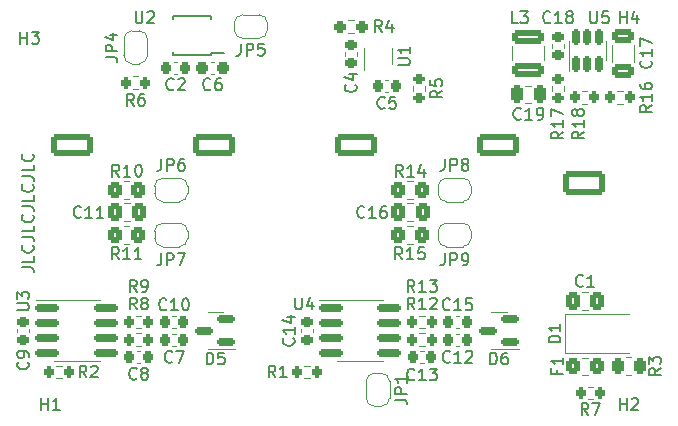
<source format=gbr>
%TF.GenerationSoftware,KiCad,Pcbnew,9.0.6*%
%TF.CreationDate,2025-12-21T18:24:03+01:00*%
%TF.ProjectId,repeater,72657065-6174-4657-922e-6b696361645f,rev?*%
%TF.SameCoordinates,Original*%
%TF.FileFunction,Legend,Top*%
%TF.FilePolarity,Positive*%
%FSLAX46Y46*%
G04 Gerber Fmt 4.6, Leading zero omitted, Abs format (unit mm)*
G04 Created by KiCad (PCBNEW 9.0.6) date 2025-12-21 18:24:03*
%MOMM*%
%LPD*%
G01*
G04 APERTURE LIST*
G04 Aperture macros list*
%AMRoundRect*
0 Rectangle with rounded corners*
0 $1 Rounding radius*
0 $2 $3 $4 $5 $6 $7 $8 $9 X,Y pos of 4 corners*
0 Add a 4 corners polygon primitive as box body*
4,1,4,$2,$3,$4,$5,$6,$7,$8,$9,$2,$3,0*
0 Add four circle primitives for the rounded corners*
1,1,$1+$1,$2,$3*
1,1,$1+$1,$4,$5*
1,1,$1+$1,$6,$7*
1,1,$1+$1,$8,$9*
0 Add four rect primitives between the rounded corners*
20,1,$1+$1,$2,$3,$4,$5,0*
20,1,$1+$1,$4,$5,$6,$7,0*
20,1,$1+$1,$6,$7,$8,$9,0*
20,1,$1+$1,$8,$9,$2,$3,0*%
%AMFreePoly0*
4,1,23,0.500000,-0.750000,0.000000,-0.750000,0.000000,-0.745722,-0.065263,-0.745722,-0.191342,-0.711940,-0.304381,-0.646677,-0.396677,-0.554381,-0.461940,-0.441342,-0.495722,-0.315263,-0.495722,-0.250000,-0.500000,-0.250000,-0.500000,0.250000,-0.495722,0.250000,-0.495722,0.315263,-0.461940,0.441342,-0.396677,0.554381,-0.304381,0.646677,-0.191342,0.711940,-0.065263,0.745722,0.000000,0.745722,
0.000000,0.750000,0.500000,0.750000,0.500000,-0.750000,0.500000,-0.750000,$1*%
%AMFreePoly1*
4,1,23,0.000000,0.745722,0.065263,0.745722,0.191342,0.711940,0.304381,0.646677,0.396677,0.554381,0.461940,0.441342,0.495722,0.315263,0.495722,0.250000,0.500000,0.250000,0.500000,-0.250000,0.495722,-0.250000,0.495722,-0.315263,0.461940,-0.441342,0.396677,-0.554381,0.304381,-0.646677,0.191342,-0.711940,0.065263,-0.745722,0.000000,-0.745722,0.000000,-0.750000,-0.500000,-0.750000,
-0.500000,0.750000,0.000000,0.750000,0.000000,0.745722,0.000000,0.745722,$1*%
G04 Aperture macros list end*
%ADD10C,0.150000*%
%ADD11C,0.120000*%
%ADD12C,0.000000*%
%ADD13RoundRect,0.250000X-0.337500X-0.475000X0.337500X-0.475000X0.337500X0.475000X-0.337500X0.475000X0*%
%ADD14RoundRect,0.237500X0.250000X0.237500X-0.250000X0.237500X-0.250000X-0.237500X0.250000X-0.237500X0*%
%ADD15RoundRect,0.237500X0.300000X0.237500X-0.300000X0.237500X-0.300000X-0.237500X0.300000X-0.237500X0*%
%ADD16RoundRect,0.200000X0.200000X0.275000X-0.200000X0.275000X-0.200000X-0.275000X0.200000X-0.275000X0*%
%ADD17R,0.400000X0.650000*%
%ADD18FreePoly0,90.000000*%
%ADD19FreePoly1,90.000000*%
%ADD20R,1.700000X1.700000*%
%ADD21C,1.700000*%
%ADD22RoundRect,0.225000X0.225000X0.250000X-0.225000X0.250000X-0.225000X-0.250000X0.225000X-0.250000X0*%
%ADD23C,1.300000*%
%ADD24FreePoly0,0.000000*%
%ADD25FreePoly1,0.000000*%
%ADD26FreePoly0,270.000000*%
%ADD27FreePoly1,270.000000*%
%ADD28C,1.600000*%
%ADD29C,2.000000*%
%ADD30O,3.600000X2.000000*%
%ADD31RoundRect,0.250000X-1.550000X0.750000X-1.550000X-0.750000X1.550000X-0.750000X1.550000X0.750000X0*%
%ADD32O,3.600000X1.800000*%
%ADD33RoundRect,0.250000X-1.550000X0.650000X-1.550000X-0.650000X1.550000X-0.650000X1.550000X0.650000X0*%
%ADD34RoundRect,0.225000X0.250000X-0.225000X0.250000X0.225000X-0.250000X0.225000X-0.250000X-0.225000X0*%
%ADD35R,2.500000X1.800000*%
%ADD36RoundRect,0.225000X-0.250000X0.225000X-0.250000X-0.225000X0.250000X-0.225000X0.250000X0.225000X0*%
%ADD37RoundRect,0.225000X-0.225000X-0.250000X0.225000X-0.250000X0.225000X0.250000X-0.225000X0.250000X0*%
%ADD38RoundRect,0.150000X-0.825000X-0.150000X0.825000X-0.150000X0.825000X0.150000X-0.825000X0.150000X0*%
%ADD39RoundRect,0.200000X-0.200000X-0.275000X0.200000X-0.275000X0.200000X0.275000X-0.200000X0.275000X0*%
%ADD40R,1.100000X0.400000*%
%ADD41RoundRect,0.150000X0.587500X0.150000X-0.587500X0.150000X-0.587500X-0.150000X0.587500X-0.150000X0*%
%ADD42RoundRect,0.250000X0.650000X-0.325000X0.650000X0.325000X-0.650000X0.325000X-0.650000X-0.325000X0*%
%ADD43RoundRect,0.250000X-1.075000X0.375000X-1.075000X-0.375000X1.075000X-0.375000X1.075000X0.375000X0*%
%ADD44RoundRect,0.200000X-0.275000X0.200000X-0.275000X-0.200000X0.275000X-0.200000X0.275000X0.200000X0*%
%ADD45RoundRect,0.150000X0.150000X-0.512500X0.150000X0.512500X-0.150000X0.512500X-0.150000X-0.512500X0*%
%ADD46RoundRect,0.250000X0.250000X0.475000X-0.250000X0.475000X-0.250000X-0.475000X0.250000X-0.475000X0*%
%ADD47RoundRect,0.250000X-0.262500X-0.450000X0.262500X-0.450000X0.262500X0.450000X-0.262500X0.450000X0*%
%ADD48RoundRect,0.250000X-0.350000X-0.450000X0.350000X-0.450000X0.350000X0.450000X-0.350000X0.450000X0*%
%ADD49RoundRect,0.250000X0.350000X0.450000X-0.350000X0.450000X-0.350000X-0.450000X0.350000X-0.450000X0*%
%ADD50FreePoly0,180.000000*%
%ADD51FreePoly1,180.000000*%
%ADD52RoundRect,0.250000X-0.325000X-0.450000X0.325000X-0.450000X0.325000X0.450000X-0.325000X0.450000X0*%
G04 APERTURE END LIST*
D10*
X100619819Y-72119048D02*
X101334104Y-72119048D01*
X101334104Y-72119048D02*
X101476961Y-72166667D01*
X101476961Y-72166667D02*
X101572200Y-72261905D01*
X101572200Y-72261905D02*
X101619819Y-72404762D01*
X101619819Y-72404762D02*
X101619819Y-72500000D01*
X101619819Y-71166667D02*
X101619819Y-71642857D01*
X101619819Y-71642857D02*
X100619819Y-71642857D01*
X101524580Y-70261905D02*
X101572200Y-70309524D01*
X101572200Y-70309524D02*
X101619819Y-70452381D01*
X101619819Y-70452381D02*
X101619819Y-70547619D01*
X101619819Y-70547619D02*
X101572200Y-70690476D01*
X101572200Y-70690476D02*
X101476961Y-70785714D01*
X101476961Y-70785714D02*
X101381723Y-70833333D01*
X101381723Y-70833333D02*
X101191247Y-70880952D01*
X101191247Y-70880952D02*
X101048390Y-70880952D01*
X101048390Y-70880952D02*
X100857914Y-70833333D01*
X100857914Y-70833333D02*
X100762676Y-70785714D01*
X100762676Y-70785714D02*
X100667438Y-70690476D01*
X100667438Y-70690476D02*
X100619819Y-70547619D01*
X100619819Y-70547619D02*
X100619819Y-70452381D01*
X100619819Y-70452381D02*
X100667438Y-70309524D01*
X100667438Y-70309524D02*
X100715057Y-70261905D01*
X100619819Y-69547619D02*
X101334104Y-69547619D01*
X101334104Y-69547619D02*
X101476961Y-69595238D01*
X101476961Y-69595238D02*
X101572200Y-69690476D01*
X101572200Y-69690476D02*
X101619819Y-69833333D01*
X101619819Y-69833333D02*
X101619819Y-69928571D01*
X101619819Y-68595238D02*
X101619819Y-69071428D01*
X101619819Y-69071428D02*
X100619819Y-69071428D01*
X101524580Y-67690476D02*
X101572200Y-67738095D01*
X101572200Y-67738095D02*
X101619819Y-67880952D01*
X101619819Y-67880952D02*
X101619819Y-67976190D01*
X101619819Y-67976190D02*
X101572200Y-68119047D01*
X101572200Y-68119047D02*
X101476961Y-68214285D01*
X101476961Y-68214285D02*
X101381723Y-68261904D01*
X101381723Y-68261904D02*
X101191247Y-68309523D01*
X101191247Y-68309523D02*
X101048390Y-68309523D01*
X101048390Y-68309523D02*
X100857914Y-68261904D01*
X100857914Y-68261904D02*
X100762676Y-68214285D01*
X100762676Y-68214285D02*
X100667438Y-68119047D01*
X100667438Y-68119047D02*
X100619819Y-67976190D01*
X100619819Y-67976190D02*
X100619819Y-67880952D01*
X100619819Y-67880952D02*
X100667438Y-67738095D01*
X100667438Y-67738095D02*
X100715057Y-67690476D01*
X100619819Y-66976190D02*
X101334104Y-66976190D01*
X101334104Y-66976190D02*
X101476961Y-67023809D01*
X101476961Y-67023809D02*
X101572200Y-67119047D01*
X101572200Y-67119047D02*
X101619819Y-67261904D01*
X101619819Y-67261904D02*
X101619819Y-67357142D01*
X101619819Y-66023809D02*
X101619819Y-66499999D01*
X101619819Y-66499999D02*
X100619819Y-66499999D01*
X101524580Y-65119047D02*
X101572200Y-65166666D01*
X101572200Y-65166666D02*
X101619819Y-65309523D01*
X101619819Y-65309523D02*
X101619819Y-65404761D01*
X101619819Y-65404761D02*
X101572200Y-65547618D01*
X101572200Y-65547618D02*
X101476961Y-65642856D01*
X101476961Y-65642856D02*
X101381723Y-65690475D01*
X101381723Y-65690475D02*
X101191247Y-65738094D01*
X101191247Y-65738094D02*
X101048390Y-65738094D01*
X101048390Y-65738094D02*
X100857914Y-65690475D01*
X100857914Y-65690475D02*
X100762676Y-65642856D01*
X100762676Y-65642856D02*
X100667438Y-65547618D01*
X100667438Y-65547618D02*
X100619819Y-65404761D01*
X100619819Y-65404761D02*
X100619819Y-65309523D01*
X100619819Y-65309523D02*
X100667438Y-65166666D01*
X100667438Y-65166666D02*
X100715057Y-65119047D01*
X100619819Y-64404761D02*
X101334104Y-64404761D01*
X101334104Y-64404761D02*
X101476961Y-64452380D01*
X101476961Y-64452380D02*
X101572200Y-64547618D01*
X101572200Y-64547618D02*
X101619819Y-64690475D01*
X101619819Y-64690475D02*
X101619819Y-64785713D01*
X101619819Y-63452380D02*
X101619819Y-63928570D01*
X101619819Y-63928570D02*
X100619819Y-63928570D01*
X101524580Y-62547618D02*
X101572200Y-62595237D01*
X101572200Y-62595237D02*
X101619819Y-62738094D01*
X101619819Y-62738094D02*
X101619819Y-62833332D01*
X101619819Y-62833332D02*
X101572200Y-62976189D01*
X101572200Y-62976189D02*
X101476961Y-63071427D01*
X101476961Y-63071427D02*
X101381723Y-63119046D01*
X101381723Y-63119046D02*
X101191247Y-63166665D01*
X101191247Y-63166665D02*
X101048390Y-63166665D01*
X101048390Y-63166665D02*
X100857914Y-63119046D01*
X100857914Y-63119046D02*
X100762676Y-63071427D01*
X100762676Y-63071427D02*
X100667438Y-62976189D01*
X100667438Y-62976189D02*
X100619819Y-62833332D01*
X100619819Y-62833332D02*
X100619819Y-62738094D01*
X100619819Y-62738094D02*
X100667438Y-62595237D01*
X100667438Y-62595237D02*
X100715057Y-62547618D01*
X148120833Y-73679580D02*
X148073214Y-73727200D01*
X148073214Y-73727200D02*
X147930357Y-73774819D01*
X147930357Y-73774819D02*
X147835119Y-73774819D01*
X147835119Y-73774819D02*
X147692262Y-73727200D01*
X147692262Y-73727200D02*
X147597024Y-73631961D01*
X147597024Y-73631961D02*
X147549405Y-73536723D01*
X147549405Y-73536723D02*
X147501786Y-73346247D01*
X147501786Y-73346247D02*
X147501786Y-73203390D01*
X147501786Y-73203390D02*
X147549405Y-73012914D01*
X147549405Y-73012914D02*
X147597024Y-72917676D01*
X147597024Y-72917676D02*
X147692262Y-72822438D01*
X147692262Y-72822438D02*
X147835119Y-72774819D01*
X147835119Y-72774819D02*
X147930357Y-72774819D01*
X147930357Y-72774819D02*
X148073214Y-72822438D01*
X148073214Y-72822438D02*
X148120833Y-72870057D01*
X149073214Y-73774819D02*
X148501786Y-73774819D01*
X148787500Y-73774819D02*
X148787500Y-72774819D01*
X148787500Y-72774819D02*
X148692262Y-72917676D01*
X148692262Y-72917676D02*
X148597024Y-73012914D01*
X148597024Y-73012914D02*
X148501786Y-73060533D01*
X131083333Y-52204819D02*
X130750000Y-51728628D01*
X130511905Y-52204819D02*
X130511905Y-51204819D01*
X130511905Y-51204819D02*
X130892857Y-51204819D01*
X130892857Y-51204819D02*
X130988095Y-51252438D01*
X130988095Y-51252438D02*
X131035714Y-51300057D01*
X131035714Y-51300057D02*
X131083333Y-51395295D01*
X131083333Y-51395295D02*
X131083333Y-51538152D01*
X131083333Y-51538152D02*
X131035714Y-51633390D01*
X131035714Y-51633390D02*
X130988095Y-51681009D01*
X130988095Y-51681009D02*
X130892857Y-51728628D01*
X130892857Y-51728628D02*
X130511905Y-51728628D01*
X131940476Y-51538152D02*
X131940476Y-52204819D01*
X131702381Y-51157200D02*
X131464286Y-51871485D01*
X131464286Y-51871485D02*
X132083333Y-51871485D01*
X116583333Y-57039580D02*
X116535714Y-57087200D01*
X116535714Y-57087200D02*
X116392857Y-57134819D01*
X116392857Y-57134819D02*
X116297619Y-57134819D01*
X116297619Y-57134819D02*
X116154762Y-57087200D01*
X116154762Y-57087200D02*
X116059524Y-56991961D01*
X116059524Y-56991961D02*
X116011905Y-56896723D01*
X116011905Y-56896723D02*
X115964286Y-56706247D01*
X115964286Y-56706247D02*
X115964286Y-56563390D01*
X115964286Y-56563390D02*
X116011905Y-56372914D01*
X116011905Y-56372914D02*
X116059524Y-56277676D01*
X116059524Y-56277676D02*
X116154762Y-56182438D01*
X116154762Y-56182438D02*
X116297619Y-56134819D01*
X116297619Y-56134819D02*
X116392857Y-56134819D01*
X116392857Y-56134819D02*
X116535714Y-56182438D01*
X116535714Y-56182438D02*
X116583333Y-56230057D01*
X117440476Y-56134819D02*
X117250000Y-56134819D01*
X117250000Y-56134819D02*
X117154762Y-56182438D01*
X117154762Y-56182438D02*
X117107143Y-56230057D01*
X117107143Y-56230057D02*
X117011905Y-56372914D01*
X117011905Y-56372914D02*
X116964286Y-56563390D01*
X116964286Y-56563390D02*
X116964286Y-56944342D01*
X116964286Y-56944342D02*
X117011905Y-57039580D01*
X117011905Y-57039580D02*
X117059524Y-57087200D01*
X117059524Y-57087200D02*
X117154762Y-57134819D01*
X117154762Y-57134819D02*
X117345238Y-57134819D01*
X117345238Y-57134819D02*
X117440476Y-57087200D01*
X117440476Y-57087200D02*
X117488095Y-57039580D01*
X117488095Y-57039580D02*
X117535714Y-56944342D01*
X117535714Y-56944342D02*
X117535714Y-56706247D01*
X117535714Y-56706247D02*
X117488095Y-56611009D01*
X117488095Y-56611009D02*
X117440476Y-56563390D01*
X117440476Y-56563390D02*
X117345238Y-56515771D01*
X117345238Y-56515771D02*
X117154762Y-56515771D01*
X117154762Y-56515771D02*
X117059524Y-56563390D01*
X117059524Y-56563390D02*
X117011905Y-56611009D01*
X117011905Y-56611009D02*
X116964286Y-56706247D01*
X110083333Y-58454819D02*
X109750000Y-57978628D01*
X109511905Y-58454819D02*
X109511905Y-57454819D01*
X109511905Y-57454819D02*
X109892857Y-57454819D01*
X109892857Y-57454819D02*
X109988095Y-57502438D01*
X109988095Y-57502438D02*
X110035714Y-57550057D01*
X110035714Y-57550057D02*
X110083333Y-57645295D01*
X110083333Y-57645295D02*
X110083333Y-57788152D01*
X110083333Y-57788152D02*
X110035714Y-57883390D01*
X110035714Y-57883390D02*
X109988095Y-57931009D01*
X109988095Y-57931009D02*
X109892857Y-57978628D01*
X109892857Y-57978628D02*
X109511905Y-57978628D01*
X110940476Y-57454819D02*
X110750000Y-57454819D01*
X110750000Y-57454819D02*
X110654762Y-57502438D01*
X110654762Y-57502438D02*
X110607143Y-57550057D01*
X110607143Y-57550057D02*
X110511905Y-57692914D01*
X110511905Y-57692914D02*
X110464286Y-57883390D01*
X110464286Y-57883390D02*
X110464286Y-58264342D01*
X110464286Y-58264342D02*
X110511905Y-58359580D01*
X110511905Y-58359580D02*
X110559524Y-58407200D01*
X110559524Y-58407200D02*
X110654762Y-58454819D01*
X110654762Y-58454819D02*
X110845238Y-58454819D01*
X110845238Y-58454819D02*
X110940476Y-58407200D01*
X110940476Y-58407200D02*
X110988095Y-58359580D01*
X110988095Y-58359580D02*
X111035714Y-58264342D01*
X111035714Y-58264342D02*
X111035714Y-58026247D01*
X111035714Y-58026247D02*
X110988095Y-57931009D01*
X110988095Y-57931009D02*
X110940476Y-57883390D01*
X110940476Y-57883390D02*
X110845238Y-57835771D01*
X110845238Y-57835771D02*
X110654762Y-57835771D01*
X110654762Y-57835771D02*
X110559524Y-57883390D01*
X110559524Y-57883390D02*
X110511905Y-57931009D01*
X110511905Y-57931009D02*
X110464286Y-58026247D01*
X132454819Y-55011904D02*
X133264342Y-55011904D01*
X133264342Y-55011904D02*
X133359580Y-54964285D01*
X133359580Y-54964285D02*
X133407200Y-54916666D01*
X133407200Y-54916666D02*
X133454819Y-54821428D01*
X133454819Y-54821428D02*
X133454819Y-54630952D01*
X133454819Y-54630952D02*
X133407200Y-54535714D01*
X133407200Y-54535714D02*
X133359580Y-54488095D01*
X133359580Y-54488095D02*
X133264342Y-54440476D01*
X133264342Y-54440476D02*
X132454819Y-54440476D01*
X133454819Y-53440476D02*
X133454819Y-54011904D01*
X133454819Y-53726190D02*
X132454819Y-53726190D01*
X132454819Y-53726190D02*
X132597676Y-53821428D01*
X132597676Y-53821428D02*
X132692914Y-53916666D01*
X132692914Y-53916666D02*
X132740533Y-54011904D01*
X148583333Y-84634819D02*
X148250000Y-84158628D01*
X148011905Y-84634819D02*
X148011905Y-83634819D01*
X148011905Y-83634819D02*
X148392857Y-83634819D01*
X148392857Y-83634819D02*
X148488095Y-83682438D01*
X148488095Y-83682438D02*
X148535714Y-83730057D01*
X148535714Y-83730057D02*
X148583333Y-83825295D01*
X148583333Y-83825295D02*
X148583333Y-83968152D01*
X148583333Y-83968152D02*
X148535714Y-84063390D01*
X148535714Y-84063390D02*
X148488095Y-84111009D01*
X148488095Y-84111009D02*
X148392857Y-84158628D01*
X148392857Y-84158628D02*
X148011905Y-84158628D01*
X148916667Y-83634819D02*
X149583333Y-83634819D01*
X149583333Y-83634819D02*
X149154762Y-84634819D01*
X132204819Y-83333333D02*
X132919104Y-83333333D01*
X132919104Y-83333333D02*
X133061961Y-83380952D01*
X133061961Y-83380952D02*
X133157200Y-83476190D01*
X133157200Y-83476190D02*
X133204819Y-83619047D01*
X133204819Y-83619047D02*
X133204819Y-83714285D01*
X133204819Y-82857142D02*
X132204819Y-82857142D01*
X132204819Y-82857142D02*
X132204819Y-82476190D01*
X132204819Y-82476190D02*
X132252438Y-82380952D01*
X132252438Y-82380952D02*
X132300057Y-82333333D01*
X132300057Y-82333333D02*
X132395295Y-82285714D01*
X132395295Y-82285714D02*
X132538152Y-82285714D01*
X132538152Y-82285714D02*
X132633390Y-82333333D01*
X132633390Y-82333333D02*
X132681009Y-82380952D01*
X132681009Y-82380952D02*
X132728628Y-82476190D01*
X132728628Y-82476190D02*
X132728628Y-82857142D01*
X133204819Y-81333333D02*
X133204819Y-81904761D01*
X133204819Y-81619047D02*
X132204819Y-81619047D01*
X132204819Y-81619047D02*
X132347676Y-81714285D01*
X132347676Y-81714285D02*
X132442914Y-81809523D01*
X132442914Y-81809523D02*
X132490533Y-81904761D01*
X133857142Y-81609580D02*
X133809523Y-81657200D01*
X133809523Y-81657200D02*
X133666666Y-81704819D01*
X133666666Y-81704819D02*
X133571428Y-81704819D01*
X133571428Y-81704819D02*
X133428571Y-81657200D01*
X133428571Y-81657200D02*
X133333333Y-81561961D01*
X133333333Y-81561961D02*
X133285714Y-81466723D01*
X133285714Y-81466723D02*
X133238095Y-81276247D01*
X133238095Y-81276247D02*
X133238095Y-81133390D01*
X133238095Y-81133390D02*
X133285714Y-80942914D01*
X133285714Y-80942914D02*
X133333333Y-80847676D01*
X133333333Y-80847676D02*
X133428571Y-80752438D01*
X133428571Y-80752438D02*
X133571428Y-80704819D01*
X133571428Y-80704819D02*
X133666666Y-80704819D01*
X133666666Y-80704819D02*
X133809523Y-80752438D01*
X133809523Y-80752438D02*
X133857142Y-80800057D01*
X134809523Y-81704819D02*
X134238095Y-81704819D01*
X134523809Y-81704819D02*
X134523809Y-80704819D01*
X134523809Y-80704819D02*
X134428571Y-80847676D01*
X134428571Y-80847676D02*
X134333333Y-80942914D01*
X134333333Y-80942914D02*
X134238095Y-80990533D01*
X135142857Y-80704819D02*
X135761904Y-80704819D01*
X135761904Y-80704819D02*
X135428571Y-81085771D01*
X135428571Y-81085771D02*
X135571428Y-81085771D01*
X135571428Y-81085771D02*
X135666666Y-81133390D01*
X135666666Y-81133390D02*
X135714285Y-81181009D01*
X135714285Y-81181009D02*
X135761904Y-81276247D01*
X135761904Y-81276247D02*
X135761904Y-81514342D01*
X135761904Y-81514342D02*
X135714285Y-81609580D01*
X135714285Y-81609580D02*
X135666666Y-81657200D01*
X135666666Y-81657200D02*
X135571428Y-81704819D01*
X135571428Y-81704819D02*
X135285714Y-81704819D01*
X135285714Y-81704819D02*
X135190476Y-81657200D01*
X135190476Y-81657200D02*
X135142857Y-81609580D01*
X110333333Y-81539580D02*
X110285714Y-81587200D01*
X110285714Y-81587200D02*
X110142857Y-81634819D01*
X110142857Y-81634819D02*
X110047619Y-81634819D01*
X110047619Y-81634819D02*
X109904762Y-81587200D01*
X109904762Y-81587200D02*
X109809524Y-81491961D01*
X109809524Y-81491961D02*
X109761905Y-81396723D01*
X109761905Y-81396723D02*
X109714286Y-81206247D01*
X109714286Y-81206247D02*
X109714286Y-81063390D01*
X109714286Y-81063390D02*
X109761905Y-80872914D01*
X109761905Y-80872914D02*
X109809524Y-80777676D01*
X109809524Y-80777676D02*
X109904762Y-80682438D01*
X109904762Y-80682438D02*
X110047619Y-80634819D01*
X110047619Y-80634819D02*
X110142857Y-80634819D01*
X110142857Y-80634819D02*
X110285714Y-80682438D01*
X110285714Y-80682438D02*
X110333333Y-80730057D01*
X110904762Y-81063390D02*
X110809524Y-81015771D01*
X110809524Y-81015771D02*
X110761905Y-80968152D01*
X110761905Y-80968152D02*
X110714286Y-80872914D01*
X110714286Y-80872914D02*
X110714286Y-80825295D01*
X110714286Y-80825295D02*
X110761905Y-80730057D01*
X110761905Y-80730057D02*
X110809524Y-80682438D01*
X110809524Y-80682438D02*
X110904762Y-80634819D01*
X110904762Y-80634819D02*
X111095238Y-80634819D01*
X111095238Y-80634819D02*
X111190476Y-80682438D01*
X111190476Y-80682438D02*
X111238095Y-80730057D01*
X111238095Y-80730057D02*
X111285714Y-80825295D01*
X111285714Y-80825295D02*
X111285714Y-80872914D01*
X111285714Y-80872914D02*
X111238095Y-80968152D01*
X111238095Y-80968152D02*
X111190476Y-81015771D01*
X111190476Y-81015771D02*
X111095238Y-81063390D01*
X111095238Y-81063390D02*
X110904762Y-81063390D01*
X110904762Y-81063390D02*
X110809524Y-81111009D01*
X110809524Y-81111009D02*
X110761905Y-81158628D01*
X110761905Y-81158628D02*
X110714286Y-81253866D01*
X110714286Y-81253866D02*
X110714286Y-81444342D01*
X110714286Y-81444342D02*
X110761905Y-81539580D01*
X110761905Y-81539580D02*
X110809524Y-81587200D01*
X110809524Y-81587200D02*
X110904762Y-81634819D01*
X110904762Y-81634819D02*
X111095238Y-81634819D01*
X111095238Y-81634819D02*
X111190476Y-81587200D01*
X111190476Y-81587200D02*
X111238095Y-81539580D01*
X111238095Y-81539580D02*
X111285714Y-81444342D01*
X111285714Y-81444342D02*
X111285714Y-81253866D01*
X111285714Y-81253866D02*
X111238095Y-81158628D01*
X111238095Y-81158628D02*
X111190476Y-81111009D01*
X111190476Y-81111009D02*
X111095238Y-81063390D01*
X102238095Y-84204819D02*
X102238095Y-83204819D01*
X102238095Y-83681009D02*
X102809523Y-83681009D01*
X102809523Y-84204819D02*
X102809523Y-83204819D01*
X103809523Y-84204819D02*
X103238095Y-84204819D01*
X103523809Y-84204819D02*
X103523809Y-83204819D01*
X103523809Y-83204819D02*
X103428571Y-83347676D01*
X103428571Y-83347676D02*
X103333333Y-83442914D01*
X103333333Y-83442914D02*
X103238095Y-83490533D01*
X151238095Y-84204819D02*
X151238095Y-83204819D01*
X151238095Y-83681009D02*
X151809523Y-83681009D01*
X151809523Y-84204819D02*
X151809523Y-83204819D01*
X152238095Y-83300057D02*
X152285714Y-83252438D01*
X152285714Y-83252438D02*
X152380952Y-83204819D01*
X152380952Y-83204819D02*
X152619047Y-83204819D01*
X152619047Y-83204819D02*
X152714285Y-83252438D01*
X152714285Y-83252438D02*
X152761904Y-83300057D01*
X152761904Y-83300057D02*
X152809523Y-83395295D01*
X152809523Y-83395295D02*
X152809523Y-83490533D01*
X152809523Y-83490533D02*
X152761904Y-83633390D01*
X152761904Y-83633390D02*
X152190476Y-84204819D01*
X152190476Y-84204819D02*
X152809523Y-84204819D01*
X100488095Y-53204819D02*
X100488095Y-52204819D01*
X100488095Y-52681009D02*
X101059523Y-52681009D01*
X101059523Y-53204819D02*
X101059523Y-52204819D01*
X101440476Y-52204819D02*
X102059523Y-52204819D01*
X102059523Y-52204819D02*
X101726190Y-52585771D01*
X101726190Y-52585771D02*
X101869047Y-52585771D01*
X101869047Y-52585771D02*
X101964285Y-52633390D01*
X101964285Y-52633390D02*
X102011904Y-52681009D01*
X102011904Y-52681009D02*
X102059523Y-52776247D01*
X102059523Y-52776247D02*
X102059523Y-53014342D01*
X102059523Y-53014342D02*
X102011904Y-53109580D01*
X102011904Y-53109580D02*
X101964285Y-53157200D01*
X101964285Y-53157200D02*
X101869047Y-53204819D01*
X101869047Y-53204819D02*
X101583333Y-53204819D01*
X101583333Y-53204819D02*
X101488095Y-53157200D01*
X101488095Y-53157200D02*
X101440476Y-53109580D01*
X151238095Y-51454819D02*
X151238095Y-50454819D01*
X151238095Y-50931009D02*
X151809523Y-50931009D01*
X151809523Y-51454819D02*
X151809523Y-50454819D01*
X152714285Y-50788152D02*
X152714285Y-51454819D01*
X152476190Y-50407200D02*
X152238095Y-51121485D01*
X152238095Y-51121485D02*
X152857142Y-51121485D01*
X119166666Y-53204819D02*
X119166666Y-53919104D01*
X119166666Y-53919104D02*
X119119047Y-54061961D01*
X119119047Y-54061961D02*
X119023809Y-54157200D01*
X119023809Y-54157200D02*
X118880952Y-54204819D01*
X118880952Y-54204819D02*
X118785714Y-54204819D01*
X119642857Y-54204819D02*
X119642857Y-53204819D01*
X119642857Y-53204819D02*
X120023809Y-53204819D01*
X120023809Y-53204819D02*
X120119047Y-53252438D01*
X120119047Y-53252438D02*
X120166666Y-53300057D01*
X120166666Y-53300057D02*
X120214285Y-53395295D01*
X120214285Y-53395295D02*
X120214285Y-53538152D01*
X120214285Y-53538152D02*
X120166666Y-53633390D01*
X120166666Y-53633390D02*
X120119047Y-53681009D01*
X120119047Y-53681009D02*
X120023809Y-53728628D01*
X120023809Y-53728628D02*
X119642857Y-53728628D01*
X121119047Y-53204819D02*
X120642857Y-53204819D01*
X120642857Y-53204819D02*
X120595238Y-53681009D01*
X120595238Y-53681009D02*
X120642857Y-53633390D01*
X120642857Y-53633390D02*
X120738095Y-53585771D01*
X120738095Y-53585771D02*
X120976190Y-53585771D01*
X120976190Y-53585771D02*
X121071428Y-53633390D01*
X121071428Y-53633390D02*
X121119047Y-53681009D01*
X121119047Y-53681009D02*
X121166666Y-53776247D01*
X121166666Y-53776247D02*
X121166666Y-54014342D01*
X121166666Y-54014342D02*
X121119047Y-54109580D01*
X121119047Y-54109580D02*
X121071428Y-54157200D01*
X121071428Y-54157200D02*
X120976190Y-54204819D01*
X120976190Y-54204819D02*
X120738095Y-54204819D01*
X120738095Y-54204819D02*
X120642857Y-54157200D01*
X120642857Y-54157200D02*
X120595238Y-54109580D01*
X107704819Y-54333333D02*
X108419104Y-54333333D01*
X108419104Y-54333333D02*
X108561961Y-54380952D01*
X108561961Y-54380952D02*
X108657200Y-54476190D01*
X108657200Y-54476190D02*
X108704819Y-54619047D01*
X108704819Y-54619047D02*
X108704819Y-54714285D01*
X108704819Y-53857142D02*
X107704819Y-53857142D01*
X107704819Y-53857142D02*
X107704819Y-53476190D01*
X107704819Y-53476190D02*
X107752438Y-53380952D01*
X107752438Y-53380952D02*
X107800057Y-53333333D01*
X107800057Y-53333333D02*
X107895295Y-53285714D01*
X107895295Y-53285714D02*
X108038152Y-53285714D01*
X108038152Y-53285714D02*
X108133390Y-53333333D01*
X108133390Y-53333333D02*
X108181009Y-53380952D01*
X108181009Y-53380952D02*
X108228628Y-53476190D01*
X108228628Y-53476190D02*
X108228628Y-53857142D01*
X108038152Y-52428571D02*
X108704819Y-52428571D01*
X107657200Y-52666666D02*
X108371485Y-52904761D01*
X108371485Y-52904761D02*
X108371485Y-52285714D01*
X128859580Y-56666666D02*
X128907200Y-56714285D01*
X128907200Y-56714285D02*
X128954819Y-56857142D01*
X128954819Y-56857142D02*
X128954819Y-56952380D01*
X128954819Y-56952380D02*
X128907200Y-57095237D01*
X128907200Y-57095237D02*
X128811961Y-57190475D01*
X128811961Y-57190475D02*
X128716723Y-57238094D01*
X128716723Y-57238094D02*
X128526247Y-57285713D01*
X128526247Y-57285713D02*
X128383390Y-57285713D01*
X128383390Y-57285713D02*
X128192914Y-57238094D01*
X128192914Y-57238094D02*
X128097676Y-57190475D01*
X128097676Y-57190475D02*
X128002438Y-57095237D01*
X128002438Y-57095237D02*
X127954819Y-56952380D01*
X127954819Y-56952380D02*
X127954819Y-56857142D01*
X127954819Y-56857142D02*
X128002438Y-56714285D01*
X128002438Y-56714285D02*
X128050057Y-56666666D01*
X128288152Y-55809523D02*
X128954819Y-55809523D01*
X127907200Y-56047618D02*
X128621485Y-56285713D01*
X128621485Y-56285713D02*
X128621485Y-55666666D01*
X146204819Y-78488094D02*
X145204819Y-78488094D01*
X145204819Y-78488094D02*
X145204819Y-78249999D01*
X145204819Y-78249999D02*
X145252438Y-78107142D01*
X145252438Y-78107142D02*
X145347676Y-78011904D01*
X145347676Y-78011904D02*
X145442914Y-77964285D01*
X145442914Y-77964285D02*
X145633390Y-77916666D01*
X145633390Y-77916666D02*
X145776247Y-77916666D01*
X145776247Y-77916666D02*
X145966723Y-77964285D01*
X145966723Y-77964285D02*
X146061961Y-78011904D01*
X146061961Y-78011904D02*
X146157200Y-78107142D01*
X146157200Y-78107142D02*
X146204819Y-78249999D01*
X146204819Y-78249999D02*
X146204819Y-78488094D01*
X146204819Y-76964285D02*
X146204819Y-77535713D01*
X146204819Y-77249999D02*
X145204819Y-77249999D01*
X145204819Y-77249999D02*
X145347676Y-77345237D01*
X145347676Y-77345237D02*
X145442914Y-77440475D01*
X145442914Y-77440475D02*
X145490533Y-77535713D01*
X123609580Y-78142857D02*
X123657200Y-78190476D01*
X123657200Y-78190476D02*
X123704819Y-78333333D01*
X123704819Y-78333333D02*
X123704819Y-78428571D01*
X123704819Y-78428571D02*
X123657200Y-78571428D01*
X123657200Y-78571428D02*
X123561961Y-78666666D01*
X123561961Y-78666666D02*
X123466723Y-78714285D01*
X123466723Y-78714285D02*
X123276247Y-78761904D01*
X123276247Y-78761904D02*
X123133390Y-78761904D01*
X123133390Y-78761904D02*
X122942914Y-78714285D01*
X122942914Y-78714285D02*
X122847676Y-78666666D01*
X122847676Y-78666666D02*
X122752438Y-78571428D01*
X122752438Y-78571428D02*
X122704819Y-78428571D01*
X122704819Y-78428571D02*
X122704819Y-78333333D01*
X122704819Y-78333333D02*
X122752438Y-78190476D01*
X122752438Y-78190476D02*
X122800057Y-78142857D01*
X123704819Y-77190476D02*
X123704819Y-77761904D01*
X123704819Y-77476190D02*
X122704819Y-77476190D01*
X122704819Y-77476190D02*
X122847676Y-77571428D01*
X122847676Y-77571428D02*
X122942914Y-77666666D01*
X122942914Y-77666666D02*
X122990533Y-77761904D01*
X123038152Y-76333333D02*
X123704819Y-76333333D01*
X122657200Y-76571428D02*
X123371485Y-76809523D01*
X123371485Y-76809523D02*
X123371485Y-76190476D01*
X136857142Y-80109580D02*
X136809523Y-80157200D01*
X136809523Y-80157200D02*
X136666666Y-80204819D01*
X136666666Y-80204819D02*
X136571428Y-80204819D01*
X136571428Y-80204819D02*
X136428571Y-80157200D01*
X136428571Y-80157200D02*
X136333333Y-80061961D01*
X136333333Y-80061961D02*
X136285714Y-79966723D01*
X136285714Y-79966723D02*
X136238095Y-79776247D01*
X136238095Y-79776247D02*
X136238095Y-79633390D01*
X136238095Y-79633390D02*
X136285714Y-79442914D01*
X136285714Y-79442914D02*
X136333333Y-79347676D01*
X136333333Y-79347676D02*
X136428571Y-79252438D01*
X136428571Y-79252438D02*
X136571428Y-79204819D01*
X136571428Y-79204819D02*
X136666666Y-79204819D01*
X136666666Y-79204819D02*
X136809523Y-79252438D01*
X136809523Y-79252438D02*
X136857142Y-79300057D01*
X137809523Y-80204819D02*
X137238095Y-80204819D01*
X137523809Y-80204819D02*
X137523809Y-79204819D01*
X137523809Y-79204819D02*
X137428571Y-79347676D01*
X137428571Y-79347676D02*
X137333333Y-79442914D01*
X137333333Y-79442914D02*
X137238095Y-79490533D01*
X138190476Y-79300057D02*
X138238095Y-79252438D01*
X138238095Y-79252438D02*
X138333333Y-79204819D01*
X138333333Y-79204819D02*
X138571428Y-79204819D01*
X138571428Y-79204819D02*
X138666666Y-79252438D01*
X138666666Y-79252438D02*
X138714285Y-79300057D01*
X138714285Y-79300057D02*
X138761904Y-79395295D01*
X138761904Y-79395295D02*
X138761904Y-79490533D01*
X138761904Y-79490533D02*
X138714285Y-79633390D01*
X138714285Y-79633390D02*
X138142857Y-80204819D01*
X138142857Y-80204819D02*
X138761904Y-80204819D01*
X148204819Y-60642857D02*
X147728628Y-60976190D01*
X148204819Y-61214285D02*
X147204819Y-61214285D01*
X147204819Y-61214285D02*
X147204819Y-60833333D01*
X147204819Y-60833333D02*
X147252438Y-60738095D01*
X147252438Y-60738095D02*
X147300057Y-60690476D01*
X147300057Y-60690476D02*
X147395295Y-60642857D01*
X147395295Y-60642857D02*
X147538152Y-60642857D01*
X147538152Y-60642857D02*
X147633390Y-60690476D01*
X147633390Y-60690476D02*
X147681009Y-60738095D01*
X147681009Y-60738095D02*
X147728628Y-60833333D01*
X147728628Y-60833333D02*
X147728628Y-61214285D01*
X148204819Y-59690476D02*
X148204819Y-60261904D01*
X148204819Y-59976190D02*
X147204819Y-59976190D01*
X147204819Y-59976190D02*
X147347676Y-60071428D01*
X147347676Y-60071428D02*
X147442914Y-60166666D01*
X147442914Y-60166666D02*
X147490533Y-60261904D01*
X147633390Y-59119047D02*
X147585771Y-59214285D01*
X147585771Y-59214285D02*
X147538152Y-59261904D01*
X147538152Y-59261904D02*
X147442914Y-59309523D01*
X147442914Y-59309523D02*
X147395295Y-59309523D01*
X147395295Y-59309523D02*
X147300057Y-59261904D01*
X147300057Y-59261904D02*
X147252438Y-59214285D01*
X147252438Y-59214285D02*
X147204819Y-59119047D01*
X147204819Y-59119047D02*
X147204819Y-58928571D01*
X147204819Y-58928571D02*
X147252438Y-58833333D01*
X147252438Y-58833333D02*
X147300057Y-58785714D01*
X147300057Y-58785714D02*
X147395295Y-58738095D01*
X147395295Y-58738095D02*
X147442914Y-58738095D01*
X147442914Y-58738095D02*
X147538152Y-58785714D01*
X147538152Y-58785714D02*
X147585771Y-58833333D01*
X147585771Y-58833333D02*
X147633390Y-58928571D01*
X147633390Y-58928571D02*
X147633390Y-59119047D01*
X147633390Y-59119047D02*
X147681009Y-59214285D01*
X147681009Y-59214285D02*
X147728628Y-59261904D01*
X147728628Y-59261904D02*
X147823866Y-59309523D01*
X147823866Y-59309523D02*
X148014342Y-59309523D01*
X148014342Y-59309523D02*
X148109580Y-59261904D01*
X148109580Y-59261904D02*
X148157200Y-59214285D01*
X148157200Y-59214285D02*
X148204819Y-59119047D01*
X148204819Y-59119047D02*
X148204819Y-58928571D01*
X148204819Y-58928571D02*
X148157200Y-58833333D01*
X148157200Y-58833333D02*
X148109580Y-58785714D01*
X148109580Y-58785714D02*
X148014342Y-58738095D01*
X148014342Y-58738095D02*
X147823866Y-58738095D01*
X147823866Y-58738095D02*
X147728628Y-58785714D01*
X147728628Y-58785714D02*
X147681009Y-58833333D01*
X147681009Y-58833333D02*
X147633390Y-58928571D01*
X131333333Y-58609580D02*
X131285714Y-58657200D01*
X131285714Y-58657200D02*
X131142857Y-58704819D01*
X131142857Y-58704819D02*
X131047619Y-58704819D01*
X131047619Y-58704819D02*
X130904762Y-58657200D01*
X130904762Y-58657200D02*
X130809524Y-58561961D01*
X130809524Y-58561961D02*
X130761905Y-58466723D01*
X130761905Y-58466723D02*
X130714286Y-58276247D01*
X130714286Y-58276247D02*
X130714286Y-58133390D01*
X130714286Y-58133390D02*
X130761905Y-57942914D01*
X130761905Y-57942914D02*
X130809524Y-57847676D01*
X130809524Y-57847676D02*
X130904762Y-57752438D01*
X130904762Y-57752438D02*
X131047619Y-57704819D01*
X131047619Y-57704819D02*
X131142857Y-57704819D01*
X131142857Y-57704819D02*
X131285714Y-57752438D01*
X131285714Y-57752438D02*
X131333333Y-57800057D01*
X132238095Y-57704819D02*
X131761905Y-57704819D01*
X131761905Y-57704819D02*
X131714286Y-58181009D01*
X131714286Y-58181009D02*
X131761905Y-58133390D01*
X131761905Y-58133390D02*
X131857143Y-58085771D01*
X131857143Y-58085771D02*
X132095238Y-58085771D01*
X132095238Y-58085771D02*
X132190476Y-58133390D01*
X132190476Y-58133390D02*
X132238095Y-58181009D01*
X132238095Y-58181009D02*
X132285714Y-58276247D01*
X132285714Y-58276247D02*
X132285714Y-58514342D01*
X132285714Y-58514342D02*
X132238095Y-58609580D01*
X132238095Y-58609580D02*
X132190476Y-58657200D01*
X132190476Y-58657200D02*
X132095238Y-58704819D01*
X132095238Y-58704819D02*
X131857143Y-58704819D01*
X131857143Y-58704819D02*
X131761905Y-58657200D01*
X131761905Y-58657200D02*
X131714286Y-58609580D01*
X123738095Y-74704819D02*
X123738095Y-75514342D01*
X123738095Y-75514342D02*
X123785714Y-75609580D01*
X123785714Y-75609580D02*
X123833333Y-75657200D01*
X123833333Y-75657200D02*
X123928571Y-75704819D01*
X123928571Y-75704819D02*
X124119047Y-75704819D01*
X124119047Y-75704819D02*
X124214285Y-75657200D01*
X124214285Y-75657200D02*
X124261904Y-75609580D01*
X124261904Y-75609580D02*
X124309523Y-75514342D01*
X124309523Y-75514342D02*
X124309523Y-74704819D01*
X125214285Y-75038152D02*
X125214285Y-75704819D01*
X124976190Y-74657200D02*
X124738095Y-75371485D01*
X124738095Y-75371485D02*
X125357142Y-75371485D01*
X110333333Y-74204819D02*
X110000000Y-73728628D01*
X109761905Y-74204819D02*
X109761905Y-73204819D01*
X109761905Y-73204819D02*
X110142857Y-73204819D01*
X110142857Y-73204819D02*
X110238095Y-73252438D01*
X110238095Y-73252438D02*
X110285714Y-73300057D01*
X110285714Y-73300057D02*
X110333333Y-73395295D01*
X110333333Y-73395295D02*
X110333333Y-73538152D01*
X110333333Y-73538152D02*
X110285714Y-73633390D01*
X110285714Y-73633390D02*
X110238095Y-73681009D01*
X110238095Y-73681009D02*
X110142857Y-73728628D01*
X110142857Y-73728628D02*
X109761905Y-73728628D01*
X110809524Y-74204819D02*
X111000000Y-74204819D01*
X111000000Y-74204819D02*
X111095238Y-74157200D01*
X111095238Y-74157200D02*
X111142857Y-74109580D01*
X111142857Y-74109580D02*
X111238095Y-73966723D01*
X111238095Y-73966723D02*
X111285714Y-73776247D01*
X111285714Y-73776247D02*
X111285714Y-73395295D01*
X111285714Y-73395295D02*
X111238095Y-73300057D01*
X111238095Y-73300057D02*
X111190476Y-73252438D01*
X111190476Y-73252438D02*
X111095238Y-73204819D01*
X111095238Y-73204819D02*
X110904762Y-73204819D01*
X110904762Y-73204819D02*
X110809524Y-73252438D01*
X110809524Y-73252438D02*
X110761905Y-73300057D01*
X110761905Y-73300057D02*
X110714286Y-73395295D01*
X110714286Y-73395295D02*
X110714286Y-73633390D01*
X110714286Y-73633390D02*
X110761905Y-73728628D01*
X110761905Y-73728628D02*
X110809524Y-73776247D01*
X110809524Y-73776247D02*
X110904762Y-73823866D01*
X110904762Y-73823866D02*
X111095238Y-73823866D01*
X111095238Y-73823866D02*
X111190476Y-73776247D01*
X111190476Y-73776247D02*
X111238095Y-73728628D01*
X111238095Y-73728628D02*
X111285714Y-73633390D01*
X100204819Y-75761904D02*
X101014342Y-75761904D01*
X101014342Y-75761904D02*
X101109580Y-75714285D01*
X101109580Y-75714285D02*
X101157200Y-75666666D01*
X101157200Y-75666666D02*
X101204819Y-75571428D01*
X101204819Y-75571428D02*
X101204819Y-75380952D01*
X101204819Y-75380952D02*
X101157200Y-75285714D01*
X101157200Y-75285714D02*
X101109580Y-75238095D01*
X101109580Y-75238095D02*
X101014342Y-75190476D01*
X101014342Y-75190476D02*
X100204819Y-75190476D01*
X100204819Y-74809523D02*
X100204819Y-74190476D01*
X100204819Y-74190476D02*
X100585771Y-74523809D01*
X100585771Y-74523809D02*
X100585771Y-74380952D01*
X100585771Y-74380952D02*
X100633390Y-74285714D01*
X100633390Y-74285714D02*
X100681009Y-74238095D01*
X100681009Y-74238095D02*
X100776247Y-74190476D01*
X100776247Y-74190476D02*
X101014342Y-74190476D01*
X101014342Y-74190476D02*
X101109580Y-74238095D01*
X101109580Y-74238095D02*
X101157200Y-74285714D01*
X101157200Y-74285714D02*
X101204819Y-74380952D01*
X101204819Y-74380952D02*
X101204819Y-74666666D01*
X101204819Y-74666666D02*
X101157200Y-74761904D01*
X101157200Y-74761904D02*
X101109580Y-74809523D01*
X153954819Y-58392857D02*
X153478628Y-58726190D01*
X153954819Y-58964285D02*
X152954819Y-58964285D01*
X152954819Y-58964285D02*
X152954819Y-58583333D01*
X152954819Y-58583333D02*
X153002438Y-58488095D01*
X153002438Y-58488095D02*
X153050057Y-58440476D01*
X153050057Y-58440476D02*
X153145295Y-58392857D01*
X153145295Y-58392857D02*
X153288152Y-58392857D01*
X153288152Y-58392857D02*
X153383390Y-58440476D01*
X153383390Y-58440476D02*
X153431009Y-58488095D01*
X153431009Y-58488095D02*
X153478628Y-58583333D01*
X153478628Y-58583333D02*
X153478628Y-58964285D01*
X153954819Y-57440476D02*
X153954819Y-58011904D01*
X153954819Y-57726190D02*
X152954819Y-57726190D01*
X152954819Y-57726190D02*
X153097676Y-57821428D01*
X153097676Y-57821428D02*
X153192914Y-57916666D01*
X153192914Y-57916666D02*
X153240533Y-58011904D01*
X152954819Y-56583333D02*
X152954819Y-56773809D01*
X152954819Y-56773809D02*
X153002438Y-56869047D01*
X153002438Y-56869047D02*
X153050057Y-56916666D01*
X153050057Y-56916666D02*
X153192914Y-57011904D01*
X153192914Y-57011904D02*
X153383390Y-57059523D01*
X153383390Y-57059523D02*
X153764342Y-57059523D01*
X153764342Y-57059523D02*
X153859580Y-57011904D01*
X153859580Y-57011904D02*
X153907200Y-56964285D01*
X153907200Y-56964285D02*
X153954819Y-56869047D01*
X153954819Y-56869047D02*
X153954819Y-56678571D01*
X153954819Y-56678571D02*
X153907200Y-56583333D01*
X153907200Y-56583333D02*
X153859580Y-56535714D01*
X153859580Y-56535714D02*
X153764342Y-56488095D01*
X153764342Y-56488095D02*
X153526247Y-56488095D01*
X153526247Y-56488095D02*
X153431009Y-56535714D01*
X153431009Y-56535714D02*
X153383390Y-56583333D01*
X153383390Y-56583333D02*
X153335771Y-56678571D01*
X153335771Y-56678571D02*
X153335771Y-56869047D01*
X153335771Y-56869047D02*
X153383390Y-56964285D01*
X153383390Y-56964285D02*
X153431009Y-57011904D01*
X153431009Y-57011904D02*
X153526247Y-57059523D01*
X110238095Y-50454819D02*
X110238095Y-51264342D01*
X110238095Y-51264342D02*
X110285714Y-51359580D01*
X110285714Y-51359580D02*
X110333333Y-51407200D01*
X110333333Y-51407200D02*
X110428571Y-51454819D01*
X110428571Y-51454819D02*
X110619047Y-51454819D01*
X110619047Y-51454819D02*
X110714285Y-51407200D01*
X110714285Y-51407200D02*
X110761904Y-51359580D01*
X110761904Y-51359580D02*
X110809523Y-51264342D01*
X110809523Y-51264342D02*
X110809523Y-50454819D01*
X111238095Y-50550057D02*
X111285714Y-50502438D01*
X111285714Y-50502438D02*
X111380952Y-50454819D01*
X111380952Y-50454819D02*
X111619047Y-50454819D01*
X111619047Y-50454819D02*
X111714285Y-50502438D01*
X111714285Y-50502438D02*
X111761904Y-50550057D01*
X111761904Y-50550057D02*
X111809523Y-50645295D01*
X111809523Y-50645295D02*
X111809523Y-50740533D01*
X111809523Y-50740533D02*
X111761904Y-50883390D01*
X111761904Y-50883390D02*
X111190476Y-51454819D01*
X111190476Y-51454819D02*
X111809523Y-51454819D01*
X140261905Y-80354819D02*
X140261905Y-79354819D01*
X140261905Y-79354819D02*
X140500000Y-79354819D01*
X140500000Y-79354819D02*
X140642857Y-79402438D01*
X140642857Y-79402438D02*
X140738095Y-79497676D01*
X140738095Y-79497676D02*
X140785714Y-79592914D01*
X140785714Y-79592914D02*
X140833333Y-79783390D01*
X140833333Y-79783390D02*
X140833333Y-79926247D01*
X140833333Y-79926247D02*
X140785714Y-80116723D01*
X140785714Y-80116723D02*
X140738095Y-80211961D01*
X140738095Y-80211961D02*
X140642857Y-80307200D01*
X140642857Y-80307200D02*
X140500000Y-80354819D01*
X140500000Y-80354819D02*
X140261905Y-80354819D01*
X141690476Y-79354819D02*
X141500000Y-79354819D01*
X141500000Y-79354819D02*
X141404762Y-79402438D01*
X141404762Y-79402438D02*
X141357143Y-79450057D01*
X141357143Y-79450057D02*
X141261905Y-79592914D01*
X141261905Y-79592914D02*
X141214286Y-79783390D01*
X141214286Y-79783390D02*
X141214286Y-80164342D01*
X141214286Y-80164342D02*
X141261905Y-80259580D01*
X141261905Y-80259580D02*
X141309524Y-80307200D01*
X141309524Y-80307200D02*
X141404762Y-80354819D01*
X141404762Y-80354819D02*
X141595238Y-80354819D01*
X141595238Y-80354819D02*
X141690476Y-80307200D01*
X141690476Y-80307200D02*
X141738095Y-80259580D01*
X141738095Y-80259580D02*
X141785714Y-80164342D01*
X141785714Y-80164342D02*
X141785714Y-79926247D01*
X141785714Y-79926247D02*
X141738095Y-79831009D01*
X141738095Y-79831009D02*
X141690476Y-79783390D01*
X141690476Y-79783390D02*
X141595238Y-79735771D01*
X141595238Y-79735771D02*
X141404762Y-79735771D01*
X141404762Y-79735771D02*
X141309524Y-79783390D01*
X141309524Y-79783390D02*
X141261905Y-79831009D01*
X141261905Y-79831009D02*
X141214286Y-79926247D01*
X116261905Y-80354819D02*
X116261905Y-79354819D01*
X116261905Y-79354819D02*
X116500000Y-79354819D01*
X116500000Y-79354819D02*
X116642857Y-79402438D01*
X116642857Y-79402438D02*
X116738095Y-79497676D01*
X116738095Y-79497676D02*
X116785714Y-79592914D01*
X116785714Y-79592914D02*
X116833333Y-79783390D01*
X116833333Y-79783390D02*
X116833333Y-79926247D01*
X116833333Y-79926247D02*
X116785714Y-80116723D01*
X116785714Y-80116723D02*
X116738095Y-80211961D01*
X116738095Y-80211961D02*
X116642857Y-80307200D01*
X116642857Y-80307200D02*
X116500000Y-80354819D01*
X116500000Y-80354819D02*
X116261905Y-80354819D01*
X117738095Y-79354819D02*
X117261905Y-79354819D01*
X117261905Y-79354819D02*
X117214286Y-79831009D01*
X117214286Y-79831009D02*
X117261905Y-79783390D01*
X117261905Y-79783390D02*
X117357143Y-79735771D01*
X117357143Y-79735771D02*
X117595238Y-79735771D01*
X117595238Y-79735771D02*
X117690476Y-79783390D01*
X117690476Y-79783390D02*
X117738095Y-79831009D01*
X117738095Y-79831009D02*
X117785714Y-79926247D01*
X117785714Y-79926247D02*
X117785714Y-80164342D01*
X117785714Y-80164342D02*
X117738095Y-80259580D01*
X117738095Y-80259580D02*
X117690476Y-80307200D01*
X117690476Y-80307200D02*
X117595238Y-80354819D01*
X117595238Y-80354819D02*
X117357143Y-80354819D01*
X117357143Y-80354819D02*
X117261905Y-80307200D01*
X117261905Y-80307200D02*
X117214286Y-80259580D01*
X112857142Y-75679580D02*
X112809523Y-75727200D01*
X112809523Y-75727200D02*
X112666666Y-75774819D01*
X112666666Y-75774819D02*
X112571428Y-75774819D01*
X112571428Y-75774819D02*
X112428571Y-75727200D01*
X112428571Y-75727200D02*
X112333333Y-75631961D01*
X112333333Y-75631961D02*
X112285714Y-75536723D01*
X112285714Y-75536723D02*
X112238095Y-75346247D01*
X112238095Y-75346247D02*
X112238095Y-75203390D01*
X112238095Y-75203390D02*
X112285714Y-75012914D01*
X112285714Y-75012914D02*
X112333333Y-74917676D01*
X112333333Y-74917676D02*
X112428571Y-74822438D01*
X112428571Y-74822438D02*
X112571428Y-74774819D01*
X112571428Y-74774819D02*
X112666666Y-74774819D01*
X112666666Y-74774819D02*
X112809523Y-74822438D01*
X112809523Y-74822438D02*
X112857142Y-74870057D01*
X113809523Y-75774819D02*
X113238095Y-75774819D01*
X113523809Y-75774819D02*
X113523809Y-74774819D01*
X113523809Y-74774819D02*
X113428571Y-74917676D01*
X113428571Y-74917676D02*
X113333333Y-75012914D01*
X113333333Y-75012914D02*
X113238095Y-75060533D01*
X114428571Y-74774819D02*
X114523809Y-74774819D01*
X114523809Y-74774819D02*
X114619047Y-74822438D01*
X114619047Y-74822438D02*
X114666666Y-74870057D01*
X114666666Y-74870057D02*
X114714285Y-74965295D01*
X114714285Y-74965295D02*
X114761904Y-75155771D01*
X114761904Y-75155771D02*
X114761904Y-75393866D01*
X114761904Y-75393866D02*
X114714285Y-75584342D01*
X114714285Y-75584342D02*
X114666666Y-75679580D01*
X114666666Y-75679580D02*
X114619047Y-75727200D01*
X114619047Y-75727200D02*
X114523809Y-75774819D01*
X114523809Y-75774819D02*
X114428571Y-75774819D01*
X114428571Y-75774819D02*
X114333333Y-75727200D01*
X114333333Y-75727200D02*
X114285714Y-75679580D01*
X114285714Y-75679580D02*
X114238095Y-75584342D01*
X114238095Y-75584342D02*
X114190476Y-75393866D01*
X114190476Y-75393866D02*
X114190476Y-75155771D01*
X114190476Y-75155771D02*
X114238095Y-74965295D01*
X114238095Y-74965295D02*
X114285714Y-74870057D01*
X114285714Y-74870057D02*
X114333333Y-74822438D01*
X114333333Y-74822438D02*
X114428571Y-74774819D01*
X133857142Y-74204819D02*
X133523809Y-73728628D01*
X133285714Y-74204819D02*
X133285714Y-73204819D01*
X133285714Y-73204819D02*
X133666666Y-73204819D01*
X133666666Y-73204819D02*
X133761904Y-73252438D01*
X133761904Y-73252438D02*
X133809523Y-73300057D01*
X133809523Y-73300057D02*
X133857142Y-73395295D01*
X133857142Y-73395295D02*
X133857142Y-73538152D01*
X133857142Y-73538152D02*
X133809523Y-73633390D01*
X133809523Y-73633390D02*
X133761904Y-73681009D01*
X133761904Y-73681009D02*
X133666666Y-73728628D01*
X133666666Y-73728628D02*
X133285714Y-73728628D01*
X134809523Y-74204819D02*
X134238095Y-74204819D01*
X134523809Y-74204819D02*
X134523809Y-73204819D01*
X134523809Y-73204819D02*
X134428571Y-73347676D01*
X134428571Y-73347676D02*
X134333333Y-73442914D01*
X134333333Y-73442914D02*
X134238095Y-73490533D01*
X135142857Y-73204819D02*
X135761904Y-73204819D01*
X135761904Y-73204819D02*
X135428571Y-73585771D01*
X135428571Y-73585771D02*
X135571428Y-73585771D01*
X135571428Y-73585771D02*
X135666666Y-73633390D01*
X135666666Y-73633390D02*
X135714285Y-73681009D01*
X135714285Y-73681009D02*
X135761904Y-73776247D01*
X135761904Y-73776247D02*
X135761904Y-74014342D01*
X135761904Y-74014342D02*
X135714285Y-74109580D01*
X135714285Y-74109580D02*
X135666666Y-74157200D01*
X135666666Y-74157200D02*
X135571428Y-74204819D01*
X135571428Y-74204819D02*
X135285714Y-74204819D01*
X135285714Y-74204819D02*
X135190476Y-74157200D01*
X135190476Y-74157200D02*
X135142857Y-74109580D01*
X136857142Y-75679580D02*
X136809523Y-75727200D01*
X136809523Y-75727200D02*
X136666666Y-75774819D01*
X136666666Y-75774819D02*
X136571428Y-75774819D01*
X136571428Y-75774819D02*
X136428571Y-75727200D01*
X136428571Y-75727200D02*
X136333333Y-75631961D01*
X136333333Y-75631961D02*
X136285714Y-75536723D01*
X136285714Y-75536723D02*
X136238095Y-75346247D01*
X136238095Y-75346247D02*
X136238095Y-75203390D01*
X136238095Y-75203390D02*
X136285714Y-75012914D01*
X136285714Y-75012914D02*
X136333333Y-74917676D01*
X136333333Y-74917676D02*
X136428571Y-74822438D01*
X136428571Y-74822438D02*
X136571428Y-74774819D01*
X136571428Y-74774819D02*
X136666666Y-74774819D01*
X136666666Y-74774819D02*
X136809523Y-74822438D01*
X136809523Y-74822438D02*
X136857142Y-74870057D01*
X137809523Y-75774819D02*
X137238095Y-75774819D01*
X137523809Y-75774819D02*
X137523809Y-74774819D01*
X137523809Y-74774819D02*
X137428571Y-74917676D01*
X137428571Y-74917676D02*
X137333333Y-75012914D01*
X137333333Y-75012914D02*
X137238095Y-75060533D01*
X138714285Y-74774819D02*
X138238095Y-74774819D01*
X138238095Y-74774819D02*
X138190476Y-75251009D01*
X138190476Y-75251009D02*
X138238095Y-75203390D01*
X138238095Y-75203390D02*
X138333333Y-75155771D01*
X138333333Y-75155771D02*
X138571428Y-75155771D01*
X138571428Y-75155771D02*
X138666666Y-75203390D01*
X138666666Y-75203390D02*
X138714285Y-75251009D01*
X138714285Y-75251009D02*
X138761904Y-75346247D01*
X138761904Y-75346247D02*
X138761904Y-75584342D01*
X138761904Y-75584342D02*
X138714285Y-75679580D01*
X138714285Y-75679580D02*
X138666666Y-75727200D01*
X138666666Y-75727200D02*
X138571428Y-75774819D01*
X138571428Y-75774819D02*
X138333333Y-75774819D01*
X138333333Y-75774819D02*
X138238095Y-75727200D01*
X138238095Y-75727200D02*
X138190476Y-75679580D01*
X153859580Y-54642857D02*
X153907200Y-54690476D01*
X153907200Y-54690476D02*
X153954819Y-54833333D01*
X153954819Y-54833333D02*
X153954819Y-54928571D01*
X153954819Y-54928571D02*
X153907200Y-55071428D01*
X153907200Y-55071428D02*
X153811961Y-55166666D01*
X153811961Y-55166666D02*
X153716723Y-55214285D01*
X153716723Y-55214285D02*
X153526247Y-55261904D01*
X153526247Y-55261904D02*
X153383390Y-55261904D01*
X153383390Y-55261904D02*
X153192914Y-55214285D01*
X153192914Y-55214285D02*
X153097676Y-55166666D01*
X153097676Y-55166666D02*
X153002438Y-55071428D01*
X153002438Y-55071428D02*
X152954819Y-54928571D01*
X152954819Y-54928571D02*
X152954819Y-54833333D01*
X152954819Y-54833333D02*
X153002438Y-54690476D01*
X153002438Y-54690476D02*
X153050057Y-54642857D01*
X153954819Y-53690476D02*
X153954819Y-54261904D01*
X153954819Y-53976190D02*
X152954819Y-53976190D01*
X152954819Y-53976190D02*
X153097676Y-54071428D01*
X153097676Y-54071428D02*
X153192914Y-54166666D01*
X153192914Y-54166666D02*
X153240533Y-54261904D01*
X152954819Y-53357142D02*
X152954819Y-52690476D01*
X152954819Y-52690476D02*
X153954819Y-53119047D01*
X145357142Y-51359580D02*
X145309523Y-51407200D01*
X145309523Y-51407200D02*
X145166666Y-51454819D01*
X145166666Y-51454819D02*
X145071428Y-51454819D01*
X145071428Y-51454819D02*
X144928571Y-51407200D01*
X144928571Y-51407200D02*
X144833333Y-51311961D01*
X144833333Y-51311961D02*
X144785714Y-51216723D01*
X144785714Y-51216723D02*
X144738095Y-51026247D01*
X144738095Y-51026247D02*
X144738095Y-50883390D01*
X144738095Y-50883390D02*
X144785714Y-50692914D01*
X144785714Y-50692914D02*
X144833333Y-50597676D01*
X144833333Y-50597676D02*
X144928571Y-50502438D01*
X144928571Y-50502438D02*
X145071428Y-50454819D01*
X145071428Y-50454819D02*
X145166666Y-50454819D01*
X145166666Y-50454819D02*
X145309523Y-50502438D01*
X145309523Y-50502438D02*
X145357142Y-50550057D01*
X146309523Y-51454819D02*
X145738095Y-51454819D01*
X146023809Y-51454819D02*
X146023809Y-50454819D01*
X146023809Y-50454819D02*
X145928571Y-50597676D01*
X145928571Y-50597676D02*
X145833333Y-50692914D01*
X145833333Y-50692914D02*
X145738095Y-50740533D01*
X146880952Y-50883390D02*
X146785714Y-50835771D01*
X146785714Y-50835771D02*
X146738095Y-50788152D01*
X146738095Y-50788152D02*
X146690476Y-50692914D01*
X146690476Y-50692914D02*
X146690476Y-50645295D01*
X146690476Y-50645295D02*
X146738095Y-50550057D01*
X146738095Y-50550057D02*
X146785714Y-50502438D01*
X146785714Y-50502438D02*
X146880952Y-50454819D01*
X146880952Y-50454819D02*
X147071428Y-50454819D01*
X147071428Y-50454819D02*
X147166666Y-50502438D01*
X147166666Y-50502438D02*
X147214285Y-50550057D01*
X147214285Y-50550057D02*
X147261904Y-50645295D01*
X147261904Y-50645295D02*
X147261904Y-50692914D01*
X147261904Y-50692914D02*
X147214285Y-50788152D01*
X147214285Y-50788152D02*
X147166666Y-50835771D01*
X147166666Y-50835771D02*
X147071428Y-50883390D01*
X147071428Y-50883390D02*
X146880952Y-50883390D01*
X146880952Y-50883390D02*
X146785714Y-50931009D01*
X146785714Y-50931009D02*
X146738095Y-50978628D01*
X146738095Y-50978628D02*
X146690476Y-51073866D01*
X146690476Y-51073866D02*
X146690476Y-51264342D01*
X146690476Y-51264342D02*
X146738095Y-51359580D01*
X146738095Y-51359580D02*
X146785714Y-51407200D01*
X146785714Y-51407200D02*
X146880952Y-51454819D01*
X146880952Y-51454819D02*
X147071428Y-51454819D01*
X147071428Y-51454819D02*
X147166666Y-51407200D01*
X147166666Y-51407200D02*
X147214285Y-51359580D01*
X147214285Y-51359580D02*
X147261904Y-51264342D01*
X147261904Y-51264342D02*
X147261904Y-51073866D01*
X147261904Y-51073866D02*
X147214285Y-50978628D01*
X147214285Y-50978628D02*
X147166666Y-50931009D01*
X147166666Y-50931009D02*
X147071428Y-50883390D01*
X113333333Y-80109580D02*
X113285714Y-80157200D01*
X113285714Y-80157200D02*
X113142857Y-80204819D01*
X113142857Y-80204819D02*
X113047619Y-80204819D01*
X113047619Y-80204819D02*
X112904762Y-80157200D01*
X112904762Y-80157200D02*
X112809524Y-80061961D01*
X112809524Y-80061961D02*
X112761905Y-79966723D01*
X112761905Y-79966723D02*
X112714286Y-79776247D01*
X112714286Y-79776247D02*
X112714286Y-79633390D01*
X112714286Y-79633390D02*
X112761905Y-79442914D01*
X112761905Y-79442914D02*
X112809524Y-79347676D01*
X112809524Y-79347676D02*
X112904762Y-79252438D01*
X112904762Y-79252438D02*
X113047619Y-79204819D01*
X113047619Y-79204819D02*
X113142857Y-79204819D01*
X113142857Y-79204819D02*
X113285714Y-79252438D01*
X113285714Y-79252438D02*
X113333333Y-79300057D01*
X113666667Y-79204819D02*
X114333333Y-79204819D01*
X114333333Y-79204819D02*
X113904762Y-80204819D01*
X106083333Y-81454819D02*
X105750000Y-80978628D01*
X105511905Y-81454819D02*
X105511905Y-80454819D01*
X105511905Y-80454819D02*
X105892857Y-80454819D01*
X105892857Y-80454819D02*
X105988095Y-80502438D01*
X105988095Y-80502438D02*
X106035714Y-80550057D01*
X106035714Y-80550057D02*
X106083333Y-80645295D01*
X106083333Y-80645295D02*
X106083333Y-80788152D01*
X106083333Y-80788152D02*
X106035714Y-80883390D01*
X106035714Y-80883390D02*
X105988095Y-80931009D01*
X105988095Y-80931009D02*
X105892857Y-80978628D01*
X105892857Y-80978628D02*
X105511905Y-80978628D01*
X106464286Y-80550057D02*
X106511905Y-80502438D01*
X106511905Y-80502438D02*
X106607143Y-80454819D01*
X106607143Y-80454819D02*
X106845238Y-80454819D01*
X106845238Y-80454819D02*
X106940476Y-80502438D01*
X106940476Y-80502438D02*
X106988095Y-80550057D01*
X106988095Y-80550057D02*
X107035714Y-80645295D01*
X107035714Y-80645295D02*
X107035714Y-80740533D01*
X107035714Y-80740533D02*
X106988095Y-80883390D01*
X106988095Y-80883390D02*
X106416667Y-81454819D01*
X106416667Y-81454819D02*
X107035714Y-81454819D01*
X122083333Y-81454819D02*
X121750000Y-80978628D01*
X121511905Y-81454819D02*
X121511905Y-80454819D01*
X121511905Y-80454819D02*
X121892857Y-80454819D01*
X121892857Y-80454819D02*
X121988095Y-80502438D01*
X121988095Y-80502438D02*
X122035714Y-80550057D01*
X122035714Y-80550057D02*
X122083333Y-80645295D01*
X122083333Y-80645295D02*
X122083333Y-80788152D01*
X122083333Y-80788152D02*
X122035714Y-80883390D01*
X122035714Y-80883390D02*
X121988095Y-80931009D01*
X121988095Y-80931009D02*
X121892857Y-80978628D01*
X121892857Y-80978628D02*
X121511905Y-80978628D01*
X123035714Y-81454819D02*
X122464286Y-81454819D01*
X122750000Y-81454819D02*
X122750000Y-80454819D01*
X122750000Y-80454819D02*
X122654762Y-80597676D01*
X122654762Y-80597676D02*
X122559524Y-80692914D01*
X122559524Y-80692914D02*
X122464286Y-80740533D01*
X142583333Y-51454819D02*
X142107143Y-51454819D01*
X142107143Y-51454819D02*
X142107143Y-50454819D01*
X142821429Y-50454819D02*
X143440476Y-50454819D01*
X143440476Y-50454819D02*
X143107143Y-50835771D01*
X143107143Y-50835771D02*
X143250000Y-50835771D01*
X143250000Y-50835771D02*
X143345238Y-50883390D01*
X143345238Y-50883390D02*
X143392857Y-50931009D01*
X143392857Y-50931009D02*
X143440476Y-51026247D01*
X143440476Y-51026247D02*
X143440476Y-51264342D01*
X143440476Y-51264342D02*
X143392857Y-51359580D01*
X143392857Y-51359580D02*
X143345238Y-51407200D01*
X143345238Y-51407200D02*
X143250000Y-51454819D01*
X143250000Y-51454819D02*
X142964286Y-51454819D01*
X142964286Y-51454819D02*
X142869048Y-51407200D01*
X142869048Y-51407200D02*
X142821429Y-51359580D01*
X146454819Y-60642857D02*
X145978628Y-60976190D01*
X146454819Y-61214285D02*
X145454819Y-61214285D01*
X145454819Y-61214285D02*
X145454819Y-60833333D01*
X145454819Y-60833333D02*
X145502438Y-60738095D01*
X145502438Y-60738095D02*
X145550057Y-60690476D01*
X145550057Y-60690476D02*
X145645295Y-60642857D01*
X145645295Y-60642857D02*
X145788152Y-60642857D01*
X145788152Y-60642857D02*
X145883390Y-60690476D01*
X145883390Y-60690476D02*
X145931009Y-60738095D01*
X145931009Y-60738095D02*
X145978628Y-60833333D01*
X145978628Y-60833333D02*
X145978628Y-61214285D01*
X146454819Y-59690476D02*
X146454819Y-60261904D01*
X146454819Y-59976190D02*
X145454819Y-59976190D01*
X145454819Y-59976190D02*
X145597676Y-60071428D01*
X145597676Y-60071428D02*
X145692914Y-60166666D01*
X145692914Y-60166666D02*
X145740533Y-60261904D01*
X145454819Y-59357142D02*
X145454819Y-58690476D01*
X145454819Y-58690476D02*
X146454819Y-59119047D01*
X113458333Y-57039580D02*
X113410714Y-57087200D01*
X113410714Y-57087200D02*
X113267857Y-57134819D01*
X113267857Y-57134819D02*
X113172619Y-57134819D01*
X113172619Y-57134819D02*
X113029762Y-57087200D01*
X113029762Y-57087200D02*
X112934524Y-56991961D01*
X112934524Y-56991961D02*
X112886905Y-56896723D01*
X112886905Y-56896723D02*
X112839286Y-56706247D01*
X112839286Y-56706247D02*
X112839286Y-56563390D01*
X112839286Y-56563390D02*
X112886905Y-56372914D01*
X112886905Y-56372914D02*
X112934524Y-56277676D01*
X112934524Y-56277676D02*
X113029762Y-56182438D01*
X113029762Y-56182438D02*
X113172619Y-56134819D01*
X113172619Y-56134819D02*
X113267857Y-56134819D01*
X113267857Y-56134819D02*
X113410714Y-56182438D01*
X113410714Y-56182438D02*
X113458333Y-56230057D01*
X113839286Y-56230057D02*
X113886905Y-56182438D01*
X113886905Y-56182438D02*
X113982143Y-56134819D01*
X113982143Y-56134819D02*
X114220238Y-56134819D01*
X114220238Y-56134819D02*
X114315476Y-56182438D01*
X114315476Y-56182438D02*
X114363095Y-56230057D01*
X114363095Y-56230057D02*
X114410714Y-56325295D01*
X114410714Y-56325295D02*
X114410714Y-56420533D01*
X114410714Y-56420533D02*
X114363095Y-56563390D01*
X114363095Y-56563390D02*
X113791667Y-57134819D01*
X113791667Y-57134819D02*
X114410714Y-57134819D01*
X148738095Y-50454819D02*
X148738095Y-51264342D01*
X148738095Y-51264342D02*
X148785714Y-51359580D01*
X148785714Y-51359580D02*
X148833333Y-51407200D01*
X148833333Y-51407200D02*
X148928571Y-51454819D01*
X148928571Y-51454819D02*
X149119047Y-51454819D01*
X149119047Y-51454819D02*
X149214285Y-51407200D01*
X149214285Y-51407200D02*
X149261904Y-51359580D01*
X149261904Y-51359580D02*
X149309523Y-51264342D01*
X149309523Y-51264342D02*
X149309523Y-50454819D01*
X150261904Y-50454819D02*
X149785714Y-50454819D01*
X149785714Y-50454819D02*
X149738095Y-50931009D01*
X149738095Y-50931009D02*
X149785714Y-50883390D01*
X149785714Y-50883390D02*
X149880952Y-50835771D01*
X149880952Y-50835771D02*
X150119047Y-50835771D01*
X150119047Y-50835771D02*
X150214285Y-50883390D01*
X150214285Y-50883390D02*
X150261904Y-50931009D01*
X150261904Y-50931009D02*
X150309523Y-51026247D01*
X150309523Y-51026247D02*
X150309523Y-51264342D01*
X150309523Y-51264342D02*
X150261904Y-51359580D01*
X150261904Y-51359580D02*
X150214285Y-51407200D01*
X150214285Y-51407200D02*
X150119047Y-51454819D01*
X150119047Y-51454819D02*
X149880952Y-51454819D01*
X149880952Y-51454819D02*
X149785714Y-51407200D01*
X149785714Y-51407200D02*
X149738095Y-51359580D01*
X142857142Y-59539579D02*
X142809523Y-59587199D01*
X142809523Y-59587199D02*
X142666666Y-59634818D01*
X142666666Y-59634818D02*
X142571428Y-59634818D01*
X142571428Y-59634818D02*
X142428571Y-59587199D01*
X142428571Y-59587199D02*
X142333333Y-59491960D01*
X142333333Y-59491960D02*
X142285714Y-59396722D01*
X142285714Y-59396722D02*
X142238095Y-59206246D01*
X142238095Y-59206246D02*
X142238095Y-59063389D01*
X142238095Y-59063389D02*
X142285714Y-58872913D01*
X142285714Y-58872913D02*
X142333333Y-58777675D01*
X142333333Y-58777675D02*
X142428571Y-58682437D01*
X142428571Y-58682437D02*
X142571428Y-58634818D01*
X142571428Y-58634818D02*
X142666666Y-58634818D01*
X142666666Y-58634818D02*
X142809523Y-58682437D01*
X142809523Y-58682437D02*
X142857142Y-58730056D01*
X143809523Y-59634818D02*
X143238095Y-59634818D01*
X143523809Y-59634818D02*
X143523809Y-58634818D01*
X143523809Y-58634818D02*
X143428571Y-58777675D01*
X143428571Y-58777675D02*
X143333333Y-58872913D01*
X143333333Y-58872913D02*
X143238095Y-58920532D01*
X144285714Y-59634818D02*
X144476190Y-59634818D01*
X144476190Y-59634818D02*
X144571428Y-59587199D01*
X144571428Y-59587199D02*
X144619047Y-59539579D01*
X144619047Y-59539579D02*
X144714285Y-59396722D01*
X144714285Y-59396722D02*
X144761904Y-59206246D01*
X144761904Y-59206246D02*
X144761904Y-58825294D01*
X144761904Y-58825294D02*
X144714285Y-58730056D01*
X144714285Y-58730056D02*
X144666666Y-58682437D01*
X144666666Y-58682437D02*
X144571428Y-58634818D01*
X144571428Y-58634818D02*
X144380952Y-58634818D01*
X144380952Y-58634818D02*
X144285714Y-58682437D01*
X144285714Y-58682437D02*
X144238095Y-58730056D01*
X144238095Y-58730056D02*
X144190476Y-58825294D01*
X144190476Y-58825294D02*
X144190476Y-59063389D01*
X144190476Y-59063389D02*
X144238095Y-59158627D01*
X144238095Y-59158627D02*
X144285714Y-59206246D01*
X144285714Y-59206246D02*
X144380952Y-59253865D01*
X144380952Y-59253865D02*
X144571428Y-59253865D01*
X144571428Y-59253865D02*
X144666666Y-59206246D01*
X144666666Y-59206246D02*
X144714285Y-59158627D01*
X144714285Y-59158627D02*
X144761904Y-59063389D01*
X136204819Y-57166666D02*
X135728628Y-57499999D01*
X136204819Y-57738094D02*
X135204819Y-57738094D01*
X135204819Y-57738094D02*
X135204819Y-57357142D01*
X135204819Y-57357142D02*
X135252438Y-57261904D01*
X135252438Y-57261904D02*
X135300057Y-57214285D01*
X135300057Y-57214285D02*
X135395295Y-57166666D01*
X135395295Y-57166666D02*
X135538152Y-57166666D01*
X135538152Y-57166666D02*
X135633390Y-57214285D01*
X135633390Y-57214285D02*
X135681009Y-57261904D01*
X135681009Y-57261904D02*
X135728628Y-57357142D01*
X135728628Y-57357142D02*
X135728628Y-57738094D01*
X135204819Y-56261904D02*
X135204819Y-56738094D01*
X135204819Y-56738094D02*
X135681009Y-56785713D01*
X135681009Y-56785713D02*
X135633390Y-56738094D01*
X135633390Y-56738094D02*
X135585771Y-56642856D01*
X135585771Y-56642856D02*
X135585771Y-56404761D01*
X135585771Y-56404761D02*
X135633390Y-56309523D01*
X135633390Y-56309523D02*
X135681009Y-56261904D01*
X135681009Y-56261904D02*
X135776247Y-56214285D01*
X135776247Y-56214285D02*
X136014342Y-56214285D01*
X136014342Y-56214285D02*
X136109580Y-56261904D01*
X136109580Y-56261904D02*
X136157200Y-56309523D01*
X136157200Y-56309523D02*
X136204819Y-56404761D01*
X136204819Y-56404761D02*
X136204819Y-56642856D01*
X136204819Y-56642856D02*
X136157200Y-56738094D01*
X136157200Y-56738094D02*
X136109580Y-56785713D01*
X133857142Y-75704819D02*
X133523809Y-75228628D01*
X133285714Y-75704819D02*
X133285714Y-74704819D01*
X133285714Y-74704819D02*
X133666666Y-74704819D01*
X133666666Y-74704819D02*
X133761904Y-74752438D01*
X133761904Y-74752438D02*
X133809523Y-74800057D01*
X133809523Y-74800057D02*
X133857142Y-74895295D01*
X133857142Y-74895295D02*
X133857142Y-75038152D01*
X133857142Y-75038152D02*
X133809523Y-75133390D01*
X133809523Y-75133390D02*
X133761904Y-75181009D01*
X133761904Y-75181009D02*
X133666666Y-75228628D01*
X133666666Y-75228628D02*
X133285714Y-75228628D01*
X134809523Y-75704819D02*
X134238095Y-75704819D01*
X134523809Y-75704819D02*
X134523809Y-74704819D01*
X134523809Y-74704819D02*
X134428571Y-74847676D01*
X134428571Y-74847676D02*
X134333333Y-74942914D01*
X134333333Y-74942914D02*
X134238095Y-74990533D01*
X135190476Y-74800057D02*
X135238095Y-74752438D01*
X135238095Y-74752438D02*
X135333333Y-74704819D01*
X135333333Y-74704819D02*
X135571428Y-74704819D01*
X135571428Y-74704819D02*
X135666666Y-74752438D01*
X135666666Y-74752438D02*
X135714285Y-74800057D01*
X135714285Y-74800057D02*
X135761904Y-74895295D01*
X135761904Y-74895295D02*
X135761904Y-74990533D01*
X135761904Y-74990533D02*
X135714285Y-75133390D01*
X135714285Y-75133390D02*
X135142857Y-75704819D01*
X135142857Y-75704819D02*
X135761904Y-75704819D01*
X110333333Y-75704819D02*
X110000000Y-75228628D01*
X109761905Y-75704819D02*
X109761905Y-74704819D01*
X109761905Y-74704819D02*
X110142857Y-74704819D01*
X110142857Y-74704819D02*
X110238095Y-74752438D01*
X110238095Y-74752438D02*
X110285714Y-74800057D01*
X110285714Y-74800057D02*
X110333333Y-74895295D01*
X110333333Y-74895295D02*
X110333333Y-75038152D01*
X110333333Y-75038152D02*
X110285714Y-75133390D01*
X110285714Y-75133390D02*
X110238095Y-75181009D01*
X110238095Y-75181009D02*
X110142857Y-75228628D01*
X110142857Y-75228628D02*
X109761905Y-75228628D01*
X110904762Y-75133390D02*
X110809524Y-75085771D01*
X110809524Y-75085771D02*
X110761905Y-75038152D01*
X110761905Y-75038152D02*
X110714286Y-74942914D01*
X110714286Y-74942914D02*
X110714286Y-74895295D01*
X110714286Y-74895295D02*
X110761905Y-74800057D01*
X110761905Y-74800057D02*
X110809524Y-74752438D01*
X110809524Y-74752438D02*
X110904762Y-74704819D01*
X110904762Y-74704819D02*
X111095238Y-74704819D01*
X111095238Y-74704819D02*
X111190476Y-74752438D01*
X111190476Y-74752438D02*
X111238095Y-74800057D01*
X111238095Y-74800057D02*
X111285714Y-74895295D01*
X111285714Y-74895295D02*
X111285714Y-74942914D01*
X111285714Y-74942914D02*
X111238095Y-75038152D01*
X111238095Y-75038152D02*
X111190476Y-75085771D01*
X111190476Y-75085771D02*
X111095238Y-75133390D01*
X111095238Y-75133390D02*
X110904762Y-75133390D01*
X110904762Y-75133390D02*
X110809524Y-75181009D01*
X110809524Y-75181009D02*
X110761905Y-75228628D01*
X110761905Y-75228628D02*
X110714286Y-75323866D01*
X110714286Y-75323866D02*
X110714286Y-75514342D01*
X110714286Y-75514342D02*
X110761905Y-75609580D01*
X110761905Y-75609580D02*
X110809524Y-75657200D01*
X110809524Y-75657200D02*
X110904762Y-75704819D01*
X110904762Y-75704819D02*
X111095238Y-75704819D01*
X111095238Y-75704819D02*
X111190476Y-75657200D01*
X111190476Y-75657200D02*
X111238095Y-75609580D01*
X111238095Y-75609580D02*
X111285714Y-75514342D01*
X111285714Y-75514342D02*
X111285714Y-75323866D01*
X111285714Y-75323866D02*
X111238095Y-75228628D01*
X111238095Y-75228628D02*
X111190476Y-75181009D01*
X111190476Y-75181009D02*
X111095238Y-75133390D01*
X101109580Y-80166666D02*
X101157200Y-80214285D01*
X101157200Y-80214285D02*
X101204819Y-80357142D01*
X101204819Y-80357142D02*
X101204819Y-80452380D01*
X101204819Y-80452380D02*
X101157200Y-80595237D01*
X101157200Y-80595237D02*
X101061961Y-80690475D01*
X101061961Y-80690475D02*
X100966723Y-80738094D01*
X100966723Y-80738094D02*
X100776247Y-80785713D01*
X100776247Y-80785713D02*
X100633390Y-80785713D01*
X100633390Y-80785713D02*
X100442914Y-80738094D01*
X100442914Y-80738094D02*
X100347676Y-80690475D01*
X100347676Y-80690475D02*
X100252438Y-80595237D01*
X100252438Y-80595237D02*
X100204819Y-80452380D01*
X100204819Y-80452380D02*
X100204819Y-80357142D01*
X100204819Y-80357142D02*
X100252438Y-80214285D01*
X100252438Y-80214285D02*
X100300057Y-80166666D01*
X101204819Y-79690475D02*
X101204819Y-79499999D01*
X101204819Y-79499999D02*
X101157200Y-79404761D01*
X101157200Y-79404761D02*
X101109580Y-79357142D01*
X101109580Y-79357142D02*
X100966723Y-79261904D01*
X100966723Y-79261904D02*
X100776247Y-79214285D01*
X100776247Y-79214285D02*
X100395295Y-79214285D01*
X100395295Y-79214285D02*
X100300057Y-79261904D01*
X100300057Y-79261904D02*
X100252438Y-79309523D01*
X100252438Y-79309523D02*
X100204819Y-79404761D01*
X100204819Y-79404761D02*
X100204819Y-79595237D01*
X100204819Y-79595237D02*
X100252438Y-79690475D01*
X100252438Y-79690475D02*
X100300057Y-79738094D01*
X100300057Y-79738094D02*
X100395295Y-79785713D01*
X100395295Y-79785713D02*
X100633390Y-79785713D01*
X100633390Y-79785713D02*
X100728628Y-79738094D01*
X100728628Y-79738094D02*
X100776247Y-79690475D01*
X100776247Y-79690475D02*
X100823866Y-79595237D01*
X100823866Y-79595237D02*
X100823866Y-79404761D01*
X100823866Y-79404761D02*
X100776247Y-79309523D01*
X100776247Y-79309523D02*
X100728628Y-79261904D01*
X100728628Y-79261904D02*
X100633390Y-79214285D01*
X154704819Y-80666666D02*
X154228628Y-80999999D01*
X154704819Y-81238094D02*
X153704819Y-81238094D01*
X153704819Y-81238094D02*
X153704819Y-80857142D01*
X153704819Y-80857142D02*
X153752438Y-80761904D01*
X153752438Y-80761904D02*
X153800057Y-80714285D01*
X153800057Y-80714285D02*
X153895295Y-80666666D01*
X153895295Y-80666666D02*
X154038152Y-80666666D01*
X154038152Y-80666666D02*
X154133390Y-80714285D01*
X154133390Y-80714285D02*
X154181009Y-80761904D01*
X154181009Y-80761904D02*
X154228628Y-80857142D01*
X154228628Y-80857142D02*
X154228628Y-81238094D01*
X153704819Y-80333332D02*
X153704819Y-79714285D01*
X153704819Y-79714285D02*
X154085771Y-80047618D01*
X154085771Y-80047618D02*
X154085771Y-79904761D01*
X154085771Y-79904761D02*
X154133390Y-79809523D01*
X154133390Y-79809523D02*
X154181009Y-79761904D01*
X154181009Y-79761904D02*
X154276247Y-79714285D01*
X154276247Y-79714285D02*
X154514342Y-79714285D01*
X154514342Y-79714285D02*
X154609580Y-79761904D01*
X154609580Y-79761904D02*
X154657200Y-79809523D01*
X154657200Y-79809523D02*
X154704819Y-79904761D01*
X154704819Y-79904761D02*
X154704819Y-80190475D01*
X154704819Y-80190475D02*
X154657200Y-80285713D01*
X154657200Y-80285713D02*
X154609580Y-80333332D01*
X112416666Y-70954819D02*
X112416666Y-71669104D01*
X112416666Y-71669104D02*
X112369047Y-71811961D01*
X112369047Y-71811961D02*
X112273809Y-71907200D01*
X112273809Y-71907200D02*
X112130952Y-71954819D01*
X112130952Y-71954819D02*
X112035714Y-71954819D01*
X112892857Y-71954819D02*
X112892857Y-70954819D01*
X112892857Y-70954819D02*
X113273809Y-70954819D01*
X113273809Y-70954819D02*
X113369047Y-71002438D01*
X113369047Y-71002438D02*
X113416666Y-71050057D01*
X113416666Y-71050057D02*
X113464285Y-71145295D01*
X113464285Y-71145295D02*
X113464285Y-71288152D01*
X113464285Y-71288152D02*
X113416666Y-71383390D01*
X113416666Y-71383390D02*
X113369047Y-71431009D01*
X113369047Y-71431009D02*
X113273809Y-71478628D01*
X113273809Y-71478628D02*
X112892857Y-71478628D01*
X113797619Y-70954819D02*
X114464285Y-70954819D01*
X114464285Y-70954819D02*
X114035714Y-71954819D01*
X108819642Y-71454819D02*
X108486309Y-70978628D01*
X108248214Y-71454819D02*
X108248214Y-70454819D01*
X108248214Y-70454819D02*
X108629166Y-70454819D01*
X108629166Y-70454819D02*
X108724404Y-70502438D01*
X108724404Y-70502438D02*
X108772023Y-70550057D01*
X108772023Y-70550057D02*
X108819642Y-70645295D01*
X108819642Y-70645295D02*
X108819642Y-70788152D01*
X108819642Y-70788152D02*
X108772023Y-70883390D01*
X108772023Y-70883390D02*
X108724404Y-70931009D01*
X108724404Y-70931009D02*
X108629166Y-70978628D01*
X108629166Y-70978628D02*
X108248214Y-70978628D01*
X109772023Y-71454819D02*
X109200595Y-71454819D01*
X109486309Y-71454819D02*
X109486309Y-70454819D01*
X109486309Y-70454819D02*
X109391071Y-70597676D01*
X109391071Y-70597676D02*
X109295833Y-70692914D01*
X109295833Y-70692914D02*
X109200595Y-70740533D01*
X110724404Y-71454819D02*
X110152976Y-71454819D01*
X110438690Y-71454819D02*
X110438690Y-70454819D01*
X110438690Y-70454819D02*
X110343452Y-70597676D01*
X110343452Y-70597676D02*
X110248214Y-70692914D01*
X110248214Y-70692914D02*
X110152976Y-70740533D01*
X105607142Y-67859580D02*
X105559523Y-67907200D01*
X105559523Y-67907200D02*
X105416666Y-67954819D01*
X105416666Y-67954819D02*
X105321428Y-67954819D01*
X105321428Y-67954819D02*
X105178571Y-67907200D01*
X105178571Y-67907200D02*
X105083333Y-67811961D01*
X105083333Y-67811961D02*
X105035714Y-67716723D01*
X105035714Y-67716723D02*
X104988095Y-67526247D01*
X104988095Y-67526247D02*
X104988095Y-67383390D01*
X104988095Y-67383390D02*
X105035714Y-67192914D01*
X105035714Y-67192914D02*
X105083333Y-67097676D01*
X105083333Y-67097676D02*
X105178571Y-67002438D01*
X105178571Y-67002438D02*
X105321428Y-66954819D01*
X105321428Y-66954819D02*
X105416666Y-66954819D01*
X105416666Y-66954819D02*
X105559523Y-67002438D01*
X105559523Y-67002438D02*
X105607142Y-67050057D01*
X106559523Y-67954819D02*
X105988095Y-67954819D01*
X106273809Y-67954819D02*
X106273809Y-66954819D01*
X106273809Y-66954819D02*
X106178571Y-67097676D01*
X106178571Y-67097676D02*
X106083333Y-67192914D01*
X106083333Y-67192914D02*
X105988095Y-67240533D01*
X107511904Y-67954819D02*
X106940476Y-67954819D01*
X107226190Y-67954819D02*
X107226190Y-66954819D01*
X107226190Y-66954819D02*
X107130952Y-67097676D01*
X107130952Y-67097676D02*
X107035714Y-67192914D01*
X107035714Y-67192914D02*
X106940476Y-67240533D01*
X108857142Y-64454819D02*
X108523809Y-63978628D01*
X108285714Y-64454819D02*
X108285714Y-63454819D01*
X108285714Y-63454819D02*
X108666666Y-63454819D01*
X108666666Y-63454819D02*
X108761904Y-63502438D01*
X108761904Y-63502438D02*
X108809523Y-63550057D01*
X108809523Y-63550057D02*
X108857142Y-63645295D01*
X108857142Y-63645295D02*
X108857142Y-63788152D01*
X108857142Y-63788152D02*
X108809523Y-63883390D01*
X108809523Y-63883390D02*
X108761904Y-63931009D01*
X108761904Y-63931009D02*
X108666666Y-63978628D01*
X108666666Y-63978628D02*
X108285714Y-63978628D01*
X109809523Y-64454819D02*
X109238095Y-64454819D01*
X109523809Y-64454819D02*
X109523809Y-63454819D01*
X109523809Y-63454819D02*
X109428571Y-63597676D01*
X109428571Y-63597676D02*
X109333333Y-63692914D01*
X109333333Y-63692914D02*
X109238095Y-63740533D01*
X110428571Y-63454819D02*
X110523809Y-63454819D01*
X110523809Y-63454819D02*
X110619047Y-63502438D01*
X110619047Y-63502438D02*
X110666666Y-63550057D01*
X110666666Y-63550057D02*
X110714285Y-63645295D01*
X110714285Y-63645295D02*
X110761904Y-63835771D01*
X110761904Y-63835771D02*
X110761904Y-64073866D01*
X110761904Y-64073866D02*
X110714285Y-64264342D01*
X110714285Y-64264342D02*
X110666666Y-64359580D01*
X110666666Y-64359580D02*
X110619047Y-64407200D01*
X110619047Y-64407200D02*
X110523809Y-64454819D01*
X110523809Y-64454819D02*
X110428571Y-64454819D01*
X110428571Y-64454819D02*
X110333333Y-64407200D01*
X110333333Y-64407200D02*
X110285714Y-64359580D01*
X110285714Y-64359580D02*
X110238095Y-64264342D01*
X110238095Y-64264342D02*
X110190476Y-64073866D01*
X110190476Y-64073866D02*
X110190476Y-63835771D01*
X110190476Y-63835771D02*
X110238095Y-63645295D01*
X110238095Y-63645295D02*
X110285714Y-63550057D01*
X110285714Y-63550057D02*
X110333333Y-63502438D01*
X110333333Y-63502438D02*
X110428571Y-63454819D01*
X132857142Y-64454819D02*
X132523809Y-63978628D01*
X132285714Y-64454819D02*
X132285714Y-63454819D01*
X132285714Y-63454819D02*
X132666666Y-63454819D01*
X132666666Y-63454819D02*
X132761904Y-63502438D01*
X132761904Y-63502438D02*
X132809523Y-63550057D01*
X132809523Y-63550057D02*
X132857142Y-63645295D01*
X132857142Y-63645295D02*
X132857142Y-63788152D01*
X132857142Y-63788152D02*
X132809523Y-63883390D01*
X132809523Y-63883390D02*
X132761904Y-63931009D01*
X132761904Y-63931009D02*
X132666666Y-63978628D01*
X132666666Y-63978628D02*
X132285714Y-63978628D01*
X133809523Y-64454819D02*
X133238095Y-64454819D01*
X133523809Y-64454819D02*
X133523809Y-63454819D01*
X133523809Y-63454819D02*
X133428571Y-63597676D01*
X133428571Y-63597676D02*
X133333333Y-63692914D01*
X133333333Y-63692914D02*
X133238095Y-63740533D01*
X134666666Y-63788152D02*
X134666666Y-64454819D01*
X134428571Y-63407200D02*
X134190476Y-64121485D01*
X134190476Y-64121485D02*
X134809523Y-64121485D01*
X132819642Y-71454819D02*
X132486309Y-70978628D01*
X132248214Y-71454819D02*
X132248214Y-70454819D01*
X132248214Y-70454819D02*
X132629166Y-70454819D01*
X132629166Y-70454819D02*
X132724404Y-70502438D01*
X132724404Y-70502438D02*
X132772023Y-70550057D01*
X132772023Y-70550057D02*
X132819642Y-70645295D01*
X132819642Y-70645295D02*
X132819642Y-70788152D01*
X132819642Y-70788152D02*
X132772023Y-70883390D01*
X132772023Y-70883390D02*
X132724404Y-70931009D01*
X132724404Y-70931009D02*
X132629166Y-70978628D01*
X132629166Y-70978628D02*
X132248214Y-70978628D01*
X133772023Y-71454819D02*
X133200595Y-71454819D01*
X133486309Y-71454819D02*
X133486309Y-70454819D01*
X133486309Y-70454819D02*
X133391071Y-70597676D01*
X133391071Y-70597676D02*
X133295833Y-70692914D01*
X133295833Y-70692914D02*
X133200595Y-70740533D01*
X134676785Y-70454819D02*
X134200595Y-70454819D01*
X134200595Y-70454819D02*
X134152976Y-70931009D01*
X134152976Y-70931009D02*
X134200595Y-70883390D01*
X134200595Y-70883390D02*
X134295833Y-70835771D01*
X134295833Y-70835771D02*
X134533928Y-70835771D01*
X134533928Y-70835771D02*
X134629166Y-70883390D01*
X134629166Y-70883390D02*
X134676785Y-70931009D01*
X134676785Y-70931009D02*
X134724404Y-71026247D01*
X134724404Y-71026247D02*
X134724404Y-71264342D01*
X134724404Y-71264342D02*
X134676785Y-71359580D01*
X134676785Y-71359580D02*
X134629166Y-71407200D01*
X134629166Y-71407200D02*
X134533928Y-71454819D01*
X134533928Y-71454819D02*
X134295833Y-71454819D01*
X134295833Y-71454819D02*
X134200595Y-71407200D01*
X134200595Y-71407200D02*
X134152976Y-71359580D01*
X136416666Y-62954819D02*
X136416666Y-63669104D01*
X136416666Y-63669104D02*
X136369047Y-63811961D01*
X136369047Y-63811961D02*
X136273809Y-63907200D01*
X136273809Y-63907200D02*
X136130952Y-63954819D01*
X136130952Y-63954819D02*
X136035714Y-63954819D01*
X136892857Y-63954819D02*
X136892857Y-62954819D01*
X136892857Y-62954819D02*
X137273809Y-62954819D01*
X137273809Y-62954819D02*
X137369047Y-63002438D01*
X137369047Y-63002438D02*
X137416666Y-63050057D01*
X137416666Y-63050057D02*
X137464285Y-63145295D01*
X137464285Y-63145295D02*
X137464285Y-63288152D01*
X137464285Y-63288152D02*
X137416666Y-63383390D01*
X137416666Y-63383390D02*
X137369047Y-63431009D01*
X137369047Y-63431009D02*
X137273809Y-63478628D01*
X137273809Y-63478628D02*
X136892857Y-63478628D01*
X138035714Y-63383390D02*
X137940476Y-63335771D01*
X137940476Y-63335771D02*
X137892857Y-63288152D01*
X137892857Y-63288152D02*
X137845238Y-63192914D01*
X137845238Y-63192914D02*
X137845238Y-63145295D01*
X137845238Y-63145295D02*
X137892857Y-63050057D01*
X137892857Y-63050057D02*
X137940476Y-63002438D01*
X137940476Y-63002438D02*
X138035714Y-62954819D01*
X138035714Y-62954819D02*
X138226190Y-62954819D01*
X138226190Y-62954819D02*
X138321428Y-63002438D01*
X138321428Y-63002438D02*
X138369047Y-63050057D01*
X138369047Y-63050057D02*
X138416666Y-63145295D01*
X138416666Y-63145295D02*
X138416666Y-63192914D01*
X138416666Y-63192914D02*
X138369047Y-63288152D01*
X138369047Y-63288152D02*
X138321428Y-63335771D01*
X138321428Y-63335771D02*
X138226190Y-63383390D01*
X138226190Y-63383390D02*
X138035714Y-63383390D01*
X138035714Y-63383390D02*
X137940476Y-63431009D01*
X137940476Y-63431009D02*
X137892857Y-63478628D01*
X137892857Y-63478628D02*
X137845238Y-63573866D01*
X137845238Y-63573866D02*
X137845238Y-63764342D01*
X137845238Y-63764342D02*
X137892857Y-63859580D01*
X137892857Y-63859580D02*
X137940476Y-63907200D01*
X137940476Y-63907200D02*
X138035714Y-63954819D01*
X138035714Y-63954819D02*
X138226190Y-63954819D01*
X138226190Y-63954819D02*
X138321428Y-63907200D01*
X138321428Y-63907200D02*
X138369047Y-63859580D01*
X138369047Y-63859580D02*
X138416666Y-63764342D01*
X138416666Y-63764342D02*
X138416666Y-63573866D01*
X138416666Y-63573866D02*
X138369047Y-63478628D01*
X138369047Y-63478628D02*
X138321428Y-63431009D01*
X138321428Y-63431009D02*
X138226190Y-63383390D01*
X136416666Y-70954819D02*
X136416666Y-71669104D01*
X136416666Y-71669104D02*
X136369047Y-71811961D01*
X136369047Y-71811961D02*
X136273809Y-71907200D01*
X136273809Y-71907200D02*
X136130952Y-71954819D01*
X136130952Y-71954819D02*
X136035714Y-71954819D01*
X136892857Y-71954819D02*
X136892857Y-70954819D01*
X136892857Y-70954819D02*
X137273809Y-70954819D01*
X137273809Y-70954819D02*
X137369047Y-71002438D01*
X137369047Y-71002438D02*
X137416666Y-71050057D01*
X137416666Y-71050057D02*
X137464285Y-71145295D01*
X137464285Y-71145295D02*
X137464285Y-71288152D01*
X137464285Y-71288152D02*
X137416666Y-71383390D01*
X137416666Y-71383390D02*
X137369047Y-71431009D01*
X137369047Y-71431009D02*
X137273809Y-71478628D01*
X137273809Y-71478628D02*
X136892857Y-71478628D01*
X137940476Y-71954819D02*
X138130952Y-71954819D01*
X138130952Y-71954819D02*
X138226190Y-71907200D01*
X138226190Y-71907200D02*
X138273809Y-71859580D01*
X138273809Y-71859580D02*
X138369047Y-71716723D01*
X138369047Y-71716723D02*
X138416666Y-71526247D01*
X138416666Y-71526247D02*
X138416666Y-71145295D01*
X138416666Y-71145295D02*
X138369047Y-71050057D01*
X138369047Y-71050057D02*
X138321428Y-71002438D01*
X138321428Y-71002438D02*
X138226190Y-70954819D01*
X138226190Y-70954819D02*
X138035714Y-70954819D01*
X138035714Y-70954819D02*
X137940476Y-71002438D01*
X137940476Y-71002438D02*
X137892857Y-71050057D01*
X137892857Y-71050057D02*
X137845238Y-71145295D01*
X137845238Y-71145295D02*
X137845238Y-71383390D01*
X137845238Y-71383390D02*
X137892857Y-71478628D01*
X137892857Y-71478628D02*
X137940476Y-71526247D01*
X137940476Y-71526247D02*
X138035714Y-71573866D01*
X138035714Y-71573866D02*
X138226190Y-71573866D01*
X138226190Y-71573866D02*
X138321428Y-71526247D01*
X138321428Y-71526247D02*
X138369047Y-71478628D01*
X138369047Y-71478628D02*
X138416666Y-71383390D01*
X129607142Y-67859580D02*
X129559523Y-67907200D01*
X129559523Y-67907200D02*
X129416666Y-67954819D01*
X129416666Y-67954819D02*
X129321428Y-67954819D01*
X129321428Y-67954819D02*
X129178571Y-67907200D01*
X129178571Y-67907200D02*
X129083333Y-67811961D01*
X129083333Y-67811961D02*
X129035714Y-67716723D01*
X129035714Y-67716723D02*
X128988095Y-67526247D01*
X128988095Y-67526247D02*
X128988095Y-67383390D01*
X128988095Y-67383390D02*
X129035714Y-67192914D01*
X129035714Y-67192914D02*
X129083333Y-67097676D01*
X129083333Y-67097676D02*
X129178571Y-67002438D01*
X129178571Y-67002438D02*
X129321428Y-66954819D01*
X129321428Y-66954819D02*
X129416666Y-66954819D01*
X129416666Y-66954819D02*
X129559523Y-67002438D01*
X129559523Y-67002438D02*
X129607142Y-67050057D01*
X130559523Y-67954819D02*
X129988095Y-67954819D01*
X130273809Y-67954819D02*
X130273809Y-66954819D01*
X130273809Y-66954819D02*
X130178571Y-67097676D01*
X130178571Y-67097676D02*
X130083333Y-67192914D01*
X130083333Y-67192914D02*
X129988095Y-67240533D01*
X131416666Y-66954819D02*
X131226190Y-66954819D01*
X131226190Y-66954819D02*
X131130952Y-67002438D01*
X131130952Y-67002438D02*
X131083333Y-67050057D01*
X131083333Y-67050057D02*
X130988095Y-67192914D01*
X130988095Y-67192914D02*
X130940476Y-67383390D01*
X130940476Y-67383390D02*
X130940476Y-67764342D01*
X130940476Y-67764342D02*
X130988095Y-67859580D01*
X130988095Y-67859580D02*
X131035714Y-67907200D01*
X131035714Y-67907200D02*
X131130952Y-67954819D01*
X131130952Y-67954819D02*
X131321428Y-67954819D01*
X131321428Y-67954819D02*
X131416666Y-67907200D01*
X131416666Y-67907200D02*
X131464285Y-67859580D01*
X131464285Y-67859580D02*
X131511904Y-67764342D01*
X131511904Y-67764342D02*
X131511904Y-67526247D01*
X131511904Y-67526247D02*
X131464285Y-67431009D01*
X131464285Y-67431009D02*
X131416666Y-67383390D01*
X131416666Y-67383390D02*
X131321428Y-67335771D01*
X131321428Y-67335771D02*
X131130952Y-67335771D01*
X131130952Y-67335771D02*
X131035714Y-67383390D01*
X131035714Y-67383390D02*
X130988095Y-67431009D01*
X130988095Y-67431009D02*
X130940476Y-67526247D01*
X112416666Y-62954819D02*
X112416666Y-63669104D01*
X112416666Y-63669104D02*
X112369047Y-63811961D01*
X112369047Y-63811961D02*
X112273809Y-63907200D01*
X112273809Y-63907200D02*
X112130952Y-63954819D01*
X112130952Y-63954819D02*
X112035714Y-63954819D01*
X112892857Y-63954819D02*
X112892857Y-62954819D01*
X112892857Y-62954819D02*
X113273809Y-62954819D01*
X113273809Y-62954819D02*
X113369047Y-63002438D01*
X113369047Y-63002438D02*
X113416666Y-63050057D01*
X113416666Y-63050057D02*
X113464285Y-63145295D01*
X113464285Y-63145295D02*
X113464285Y-63288152D01*
X113464285Y-63288152D02*
X113416666Y-63383390D01*
X113416666Y-63383390D02*
X113369047Y-63431009D01*
X113369047Y-63431009D02*
X113273809Y-63478628D01*
X113273809Y-63478628D02*
X112892857Y-63478628D01*
X114321428Y-62954819D02*
X114130952Y-62954819D01*
X114130952Y-62954819D02*
X114035714Y-63002438D01*
X114035714Y-63002438D02*
X113988095Y-63050057D01*
X113988095Y-63050057D02*
X113892857Y-63192914D01*
X113892857Y-63192914D02*
X113845238Y-63383390D01*
X113845238Y-63383390D02*
X113845238Y-63764342D01*
X113845238Y-63764342D02*
X113892857Y-63859580D01*
X113892857Y-63859580D02*
X113940476Y-63907200D01*
X113940476Y-63907200D02*
X114035714Y-63954819D01*
X114035714Y-63954819D02*
X114226190Y-63954819D01*
X114226190Y-63954819D02*
X114321428Y-63907200D01*
X114321428Y-63907200D02*
X114369047Y-63859580D01*
X114369047Y-63859580D02*
X114416666Y-63764342D01*
X114416666Y-63764342D02*
X114416666Y-63526247D01*
X114416666Y-63526247D02*
X114369047Y-63431009D01*
X114369047Y-63431009D02*
X114321428Y-63383390D01*
X114321428Y-63383390D02*
X114226190Y-63335771D01*
X114226190Y-63335771D02*
X114035714Y-63335771D01*
X114035714Y-63335771D02*
X113940476Y-63383390D01*
X113940476Y-63383390D02*
X113892857Y-63431009D01*
X113892857Y-63431009D02*
X113845238Y-63526247D01*
X145931009Y-80833333D02*
X145931009Y-81166666D01*
X146454819Y-81166666D02*
X145454819Y-81166666D01*
X145454819Y-81166666D02*
X145454819Y-80690476D01*
X146454819Y-79785714D02*
X146454819Y-80357142D01*
X146454819Y-80071428D02*
X145454819Y-80071428D01*
X145454819Y-80071428D02*
X145597676Y-80166666D01*
X145597676Y-80166666D02*
X145692914Y-80261904D01*
X145692914Y-80261904D02*
X145740533Y-80357142D01*
D11*
%TO.C,C1*%
X148026248Y-74265000D02*
X148548752Y-74265000D01*
X148026248Y-75735000D02*
X148548752Y-75735000D01*
%TO.C,R4*%
X128754724Y-52272500D02*
X128245276Y-52272500D01*
X128754724Y-51227500D02*
X128245276Y-51227500D01*
%TO.C,C6*%
X116896267Y-55760000D02*
X116603733Y-55760000D01*
X116896267Y-54740000D02*
X116603733Y-54740000D01*
%TO.C,R6*%
X110487258Y-57022500D02*
X110012742Y-57022500D01*
X110487258Y-55977500D02*
X110012742Y-55977500D01*
%TO.C,U1*%
X129590000Y-53550000D02*
X129590000Y-55450000D01*
X131910000Y-54950000D02*
X131910000Y-53550000D01*
%TO.C,R7*%
X148987258Y-83272500D02*
X148512742Y-83272500D01*
X148987258Y-82227500D02*
X148512742Y-82227500D01*
%TO.C,JP1*%
X131050001Y-83900000D02*
X130449999Y-83900000D01*
X129750000Y-83200000D02*
X129750000Y-81800000D01*
X131750000Y-81800000D02*
X131750000Y-83200000D01*
X130449999Y-81100000D02*
X131050001Y-81100000D01*
X130449999Y-83900000D02*
G75*
G02*
X129750000Y-83200000I0J699999D01*
G01*
X131750000Y-83200000D02*
G75*
G02*
X131050001Y-83900000I-699999J-1D01*
G01*
X129750000Y-81800000D02*
G75*
G02*
X130449999Y-81100000I700000J0D01*
G01*
X131050001Y-81100000D02*
G75*
G02*
X131750000Y-81800000I-1J-700000D01*
G01*
%TO.C,C13*%
X134640581Y-80260000D02*
X134359419Y-80260000D01*
X134640581Y-79240000D02*
X134359419Y-79240000D01*
%TO.C,C8*%
X110640581Y-80260000D02*
X110359419Y-80260000D01*
X110640581Y-79240000D02*
X110359419Y-79240000D01*
%TO.C,JP5*%
X118600000Y-52050000D02*
X118600000Y-51450000D01*
X119300000Y-50750000D02*
X120700000Y-50750000D01*
X120700000Y-52750000D02*
X119300000Y-52750000D01*
X121400000Y-51450000D02*
X121400000Y-52050000D01*
X118600000Y-51450000D02*
G75*
G02*
X119300000Y-50750000I699999J1D01*
G01*
X119300000Y-52750000D02*
G75*
G02*
X118600000Y-52050000I-1J699999D01*
G01*
X120700000Y-50750000D02*
G75*
G02*
X121400000Y-51450000I0J-700000D01*
G01*
X121400000Y-52050000D02*
G75*
G02*
X120700000Y-52750000I-700000J0D01*
G01*
%TO.C,JP4*%
X109949999Y-52100000D02*
X110550001Y-52100000D01*
X111250000Y-52800000D02*
X111250000Y-54200000D01*
X109250000Y-54200000D02*
X109250000Y-52800000D01*
X110550001Y-54900000D02*
X109949999Y-54900000D01*
X110550001Y-52100000D02*
G75*
G02*
X111250000Y-52800000I0J-699999D01*
G01*
X109250000Y-52800000D02*
G75*
G02*
X109949999Y-52100000I699999J1D01*
G01*
X111250000Y-54200000D02*
G75*
G02*
X110550001Y-54900000I-700000J0D01*
G01*
X109949999Y-54900000D02*
G75*
G02*
X109250000Y-54200000I1J700000D01*
G01*
%TO.C,C4*%
X129010000Y-54215581D02*
X129010000Y-53934419D01*
X127990000Y-54215581D02*
X127990000Y-53934419D01*
%TO.C,D1*%
X146600000Y-79400000D02*
X152000000Y-79400000D01*
X146600000Y-76100000D02*
X152000000Y-76100000D01*
X146600000Y-76100000D02*
X146600000Y-79400000D01*
%TO.C,C14*%
X125259999Y-77359419D02*
X125259999Y-77640581D01*
X124239999Y-77359419D02*
X124239999Y-77640581D01*
%TO.C,C12*%
X137359419Y-78760000D02*
X137640581Y-78760000D01*
X137359419Y-77740000D02*
X137640581Y-77740000D01*
%TO.C,R18*%
X148487258Y-58272499D02*
X148012742Y-58272499D01*
X148487258Y-57227499D02*
X148012742Y-57227499D01*
%TO.C,C5*%
X131359419Y-56240000D02*
X131640581Y-56240000D01*
X131359419Y-57260000D02*
X131640581Y-57260000D01*
%TO.C,U4*%
X129250000Y-80059999D02*
X131200000Y-80060000D01*
X129250000Y-80059999D02*
X127300000Y-80060000D01*
X129250000Y-74940001D02*
X131200000Y-74940000D01*
X129250000Y-74940001D02*
X125800000Y-74940000D01*
%TO.C,R9*%
X110737258Y-77272500D02*
X110262742Y-77272500D01*
X110737258Y-76227500D02*
X110262742Y-76227500D01*
%TO.C,U3*%
X105250000Y-80059999D02*
X107200000Y-80060000D01*
X105250000Y-80059999D02*
X103300000Y-80060000D01*
X105250000Y-74940001D02*
X107200000Y-74940000D01*
X105250000Y-74940001D02*
X101800000Y-74940000D01*
%TO.C,R16*%
X151012742Y-58272500D02*
X151487258Y-58272500D01*
X151012742Y-57227500D02*
X151487258Y-57227500D01*
D10*
%TO.C,U2*%
X113375000Y-50875000D02*
X113375000Y-51100000D01*
X113375000Y-54125000D02*
X113375000Y-53900000D01*
X116625000Y-50875000D02*
X113375000Y-50875000D01*
X116625000Y-50875000D02*
X116625000Y-51100000D01*
X116625000Y-54000000D02*
X117700000Y-54000000D01*
X116625000Y-54125000D02*
X113375000Y-54125000D01*
X116625000Y-54125000D02*
X116625000Y-54000000D01*
D11*
%TO.C,D6*%
X141000000Y-79060001D02*
X142674999Y-79060000D01*
X141000000Y-79060001D02*
X140350000Y-79060000D01*
X141000000Y-75939999D02*
X141650000Y-75940000D01*
X141000000Y-75939999D02*
X140350000Y-75940000D01*
%TO.C,D5*%
X117000000Y-79060001D02*
X118674999Y-79060000D01*
X117000000Y-79060001D02*
X116350000Y-79060000D01*
X117000000Y-75939999D02*
X117650000Y-75940000D01*
X117000000Y-75939999D02*
X116350000Y-75940000D01*
%TO.C,C10*%
X113359419Y-77260000D02*
X113640581Y-77260000D01*
X113359419Y-76240000D02*
X113640581Y-76240000D01*
%TO.C,R13*%
X134737258Y-77272500D02*
X134262742Y-77272500D01*
X134737258Y-76227500D02*
X134262742Y-76227500D01*
%TO.C,C15*%
X137359419Y-77260000D02*
X137640581Y-77260000D01*
X137359419Y-76240000D02*
X137640581Y-76240000D01*
%TO.C,C17*%
X150590000Y-54711252D02*
X150590000Y-53288748D01*
X152410000Y-54711252D02*
X152410000Y-53288748D01*
%TO.C,C18*%
X145490000Y-53528081D02*
X145490000Y-53246919D01*
X146510000Y-53528081D02*
X146510000Y-53246919D01*
%TO.C,C7*%
X113359419Y-78760000D02*
X113640581Y-78760000D01*
X113359419Y-77740000D02*
X113640581Y-77740000D01*
%TO.C,R2*%
X103512742Y-80477500D02*
X103987258Y-80477500D01*
X103512742Y-81522500D02*
X103987258Y-81522500D01*
%TO.C,R1*%
X124987258Y-80477500D02*
X124512742Y-80477500D01*
X124987258Y-81522500D02*
X124512742Y-81522500D01*
%TO.C,L3*%
X142140000Y-53397936D02*
X142140000Y-54602064D01*
X144860000Y-53397936D02*
X144860000Y-54602064D01*
%TO.C,R17*%
X145477500Y-56762742D02*
X145477500Y-57237258D01*
X146522500Y-56762742D02*
X146522500Y-57237258D01*
%TO.C,C2*%
X113765581Y-54740000D02*
X113484419Y-54740000D01*
X113765581Y-55760000D02*
X113484419Y-55760000D01*
%TO.C,U5*%
X146939999Y-53750000D02*
X146940000Y-55550000D01*
X146939999Y-53750000D02*
X146940000Y-52950000D01*
X150060001Y-53750000D02*
X150060000Y-54550000D01*
X150060001Y-53750000D02*
X150060000Y-52950000D01*
%TO.C,C19*%
X143761253Y-58235000D02*
X143238747Y-58235000D01*
X143761253Y-56765000D02*
X143238747Y-56765000D01*
%TO.C,R5*%
X134772500Y-56762742D02*
X134772500Y-57237258D01*
X133727500Y-56762742D02*
X133727500Y-57237258D01*
%TO.C,R12*%
X134737258Y-77727500D02*
X134262742Y-77727500D01*
X134737258Y-78772500D02*
X134262742Y-78772500D01*
%TO.C,R8*%
X110737258Y-77727500D02*
X110262742Y-77727500D01*
X110737258Y-78772500D02*
X110262742Y-78772500D01*
%TO.C,C9*%
X101259999Y-77359419D02*
X101259999Y-77640581D01*
X100239999Y-77359419D02*
X100239999Y-77640581D01*
%TO.C,R3*%
X151772936Y-81235000D02*
X152227064Y-81235000D01*
X151772936Y-79765000D02*
X152227064Y-79765000D01*
%TO.C,JP7*%
X111850000Y-69687500D02*
X111850000Y-69087500D01*
X112550000Y-68387500D02*
X113950000Y-68387500D01*
X113950000Y-70387500D02*
X112550000Y-70387500D01*
X114650000Y-69087500D02*
X114650000Y-69687500D01*
X112550000Y-70387500D02*
G75*
G02*
X111850000Y-69687500I-1J699999D01*
G01*
X111850000Y-69087500D02*
G75*
G02*
X112550000Y-68387500I699999J1D01*
G01*
X114650000Y-69687500D02*
G75*
G02*
X113950000Y-70387500I-700000J0D01*
G01*
X113950000Y-68387500D02*
G75*
G02*
X114650000Y-69087500I0J-700000D01*
G01*
%TO.C,R11*%
X109235436Y-70122500D02*
X109689564Y-70122500D01*
X109235436Y-68652500D02*
X109689564Y-68652500D01*
%TO.C,C11*%
X109238747Y-68200000D02*
X109761253Y-68200000D01*
X109238747Y-66730000D02*
X109761253Y-66730000D01*
%TO.C,R10*%
X109689564Y-66312500D02*
X109235436Y-66312500D01*
X109689564Y-64842500D02*
X109235436Y-64842500D01*
%TO.C,R14*%
X133689564Y-66312500D02*
X133235436Y-66312500D01*
X133689564Y-64842500D02*
X133235436Y-64842500D01*
%TO.C,R15*%
X133235436Y-70122500D02*
X133689564Y-70122500D01*
X133235436Y-68652500D02*
X133689564Y-68652500D01*
%TO.C,JP8*%
X135850000Y-65877501D02*
X135850000Y-65277499D01*
X136550000Y-64577500D02*
X137950000Y-64577500D01*
X137950000Y-66577500D02*
X136550000Y-66577500D01*
X138650000Y-65277499D02*
X138650000Y-65877501D01*
X136550000Y-66577500D02*
G75*
G02*
X135850000Y-65877501I0J700000D01*
G01*
X135850000Y-65277499D02*
G75*
G02*
X136550000Y-64577500I700000J-1D01*
G01*
X138650000Y-65877501D02*
G75*
G02*
X137950000Y-66577500I-699999J0D01*
G01*
X137950000Y-64577500D02*
G75*
G02*
X138650000Y-65277499I1J-699999D01*
G01*
%TO.C,JP9*%
X135850000Y-69687500D02*
X135850000Y-69087500D01*
X136550000Y-68387500D02*
X137950000Y-68387500D01*
X137950000Y-70387500D02*
X136550000Y-70387500D01*
X138650000Y-69087500D02*
X138650000Y-69687500D01*
X136550000Y-70387500D02*
G75*
G02*
X135850000Y-69687500I-1J699999D01*
G01*
X135850000Y-69087500D02*
G75*
G02*
X136550000Y-68387500I699999J1D01*
G01*
X138650000Y-69687500D02*
G75*
G02*
X137950000Y-70387500I-700000J0D01*
G01*
X137950000Y-68387500D02*
G75*
G02*
X138650000Y-69087500I0J-700000D01*
G01*
%TO.C,C16*%
X133238747Y-68200000D02*
X133761253Y-68200000D01*
X133238747Y-66730000D02*
X133761253Y-66730000D01*
%TO.C,JP6*%
X111850000Y-65877501D02*
X111850000Y-65277499D01*
X112550000Y-64577500D02*
X113950000Y-64577500D01*
X113950000Y-66577500D02*
X112550000Y-66577500D01*
X114650000Y-65277499D02*
X114650000Y-65877501D01*
X112550000Y-66577500D02*
G75*
G02*
X111850000Y-65877501I0J700000D01*
G01*
X111850000Y-65277499D02*
G75*
G02*
X112550000Y-64577500I700000J-1D01*
G01*
X114650000Y-65877501D02*
G75*
G02*
X113950000Y-66577500I-699999J0D01*
G01*
X113950000Y-64577500D02*
G75*
G02*
X114650000Y-65277499I1J-699999D01*
G01*
%TO.C,F1*%
X148013747Y-81210000D02*
X148536251Y-81210000D01*
X148013747Y-79790000D02*
X148536251Y-79790000D01*
%TD*%
%LPC*%
D12*
%TO.C,JP1*%
G36*
X131500000Y-82650000D02*
G01*
X130000000Y-82650000D01*
X130000000Y-82350000D01*
X131500000Y-82350000D01*
X131500000Y-82650000D01*
G37*
%TO.C,JP5*%
G36*
X119850000Y-51000000D02*
G01*
X120150000Y-51000000D01*
X120150000Y-52500000D01*
X119850000Y-52500000D01*
X119850000Y-51000000D01*
G37*
%TO.C,JP4*%
G36*
X111000000Y-53650000D02*
G01*
X109500000Y-53650000D01*
X109500000Y-53350000D01*
X111000000Y-53350000D01*
X111000000Y-53650000D01*
G37*
%TO.C,JP7*%
G36*
X113100000Y-68637500D02*
G01*
X113400000Y-68637500D01*
X113400000Y-70137500D01*
X113100000Y-70137500D01*
X113100000Y-68637500D01*
G37*
%TO.C,JP8*%
G36*
X137400000Y-66327500D02*
G01*
X137100000Y-66327500D01*
X137100000Y-64827500D01*
X137400000Y-64827500D01*
X137400000Y-66327500D01*
G37*
%TO.C,JP9*%
G36*
X137100000Y-68637500D02*
G01*
X137400000Y-68637500D01*
X137400000Y-70137500D01*
X137100000Y-70137500D01*
X137100000Y-68637500D01*
G37*
%TO.C,JP6*%
G36*
X113400000Y-66327500D02*
G01*
X113100000Y-66327500D01*
X113100000Y-64827500D01*
X113400000Y-64827500D01*
X113400000Y-66327500D01*
G37*
%TD*%
D13*
%TO.C,C1*%
X147250000Y-75000000D03*
X149325000Y-75000000D03*
%TD*%
D14*
%TO.C,R4*%
X129412500Y-51750000D03*
X127587500Y-51750000D03*
%TD*%
D15*
%TO.C,C6*%
X117612500Y-55250000D03*
X115887500Y-55250000D03*
%TD*%
D16*
%TO.C,R6*%
X109425000Y-56500000D03*
X111075000Y-56500000D03*
%TD*%
D17*
%TO.C,U1*%
X130100000Y-55200000D03*
X130750000Y-55199999D03*
X131400000Y-55200000D03*
X131400000Y-53300000D03*
X130100000Y-53300000D03*
%TD*%
D16*
%TO.C,R7*%
X149575000Y-82750000D03*
X147925000Y-82750000D03*
%TD*%
D18*
%TO.C,JP1*%
X130750000Y-83149999D03*
D19*
X130750000Y-81850001D03*
%TD*%
D20*
%TO.C,J6*%
X128040000Y-83000000D03*
D21*
X125500000Y-83000000D03*
X122960001Y-83000000D03*
X120420000Y-83000000D03*
X117880000Y-83000000D03*
X115340000Y-83000000D03*
X112800000Y-83000000D03*
X110259999Y-83000000D03*
X107720000Y-83000000D03*
%TD*%
D22*
%TO.C,C13*%
X135275000Y-79750000D03*
X133725000Y-79750000D03*
%TD*%
%TO.C,C8*%
X111275000Y-79750000D03*
X109725000Y-79750000D03*
%TD*%
D23*
%TO.C,H1*%
X101250000Y-83750000D03*
%TD*%
%TO.C,H2*%
X153750000Y-83750000D03*
%TD*%
%TO.C,H3*%
X101250000Y-51250000D03*
%TD*%
%TO.C,H4*%
X153750000Y-51250000D03*
%TD*%
D24*
%TO.C,JP5*%
X119350000Y-51750000D03*
D25*
X120650000Y-51750000D03*
%TD*%
D26*
%TO.C,JP4*%
X110250000Y-52850001D03*
D27*
X110250000Y-54149999D03*
%TD*%
D28*
%TO.C,C3*%
X152000000Y-59750000D03*
X149500000Y-59750000D03*
%TD*%
D29*
%TO.C,TP1*%
X124250000Y-52000000D03*
%TD*%
D30*
%TO.C,J1*%
X148222500Y-70000000D03*
D31*
X148222500Y-65000000D03*
%TD*%
D32*
%TO.C,J3*%
X116892500Y-73232501D03*
X116892500Y-69422500D03*
X116892500Y-65612500D03*
D33*
X116892500Y-61802500D03*
%TD*%
%TO.C,J4*%
X140892500Y-61802500D03*
D32*
X140892500Y-65612500D03*
X140892500Y-69422500D03*
X140892500Y-73232501D03*
%TD*%
D34*
%TO.C,C4*%
X128500000Y-54850000D03*
X128500000Y-53300000D03*
%TD*%
D35*
%TO.C,D1*%
X147999999Y-77750000D03*
X152000001Y-77750000D03*
%TD*%
D32*
%TO.C,J2*%
X128892500Y-73232501D03*
X128892500Y-69422500D03*
X128892500Y-65612500D03*
D33*
X128892500Y-61802500D03*
%TD*%
%TO.C,J5*%
X104892500Y-61802500D03*
D32*
X104892500Y-65612500D03*
X104892500Y-69422500D03*
X104892500Y-73232501D03*
%TD*%
D36*
%TO.C,C14*%
X124749999Y-76725000D03*
X124749999Y-78275000D03*
%TD*%
D37*
%TO.C,C12*%
X136725000Y-78250000D03*
X138275000Y-78250000D03*
%TD*%
D16*
%TO.C,R18*%
X149075000Y-57749999D03*
X147425000Y-57749999D03*
%TD*%
D37*
%TO.C,C5*%
X132275000Y-56750000D03*
X130725000Y-56750000D03*
%TD*%
D38*
%TO.C,U4*%
X126775000Y-75595000D03*
X126775000Y-76865000D03*
X126775000Y-78135000D03*
X126775000Y-79405000D03*
X131725000Y-79405000D03*
X131725000Y-78135000D03*
X131725000Y-76865000D03*
X131725000Y-75595000D03*
%TD*%
D16*
%TO.C,R9*%
X111325000Y-76750000D03*
X109675000Y-76750000D03*
%TD*%
D38*
%TO.C,U3*%
X102775000Y-75595000D03*
X102775000Y-76865000D03*
X102775000Y-78135000D03*
X102775000Y-79405000D03*
X107725000Y-79405000D03*
X107725000Y-78135000D03*
X107725000Y-76865000D03*
X107725000Y-75595000D03*
%TD*%
D39*
%TO.C,R16*%
X150425000Y-57750000D03*
X152075000Y-57750000D03*
%TD*%
D40*
%TO.C,U2*%
X117150000Y-53475001D03*
X117150000Y-52825000D03*
X117150000Y-52175000D03*
X117150000Y-51524999D03*
X112850000Y-51524999D03*
X112850000Y-52175000D03*
X112850000Y-52825000D03*
X112850000Y-53475001D03*
%TD*%
D41*
%TO.C,D6*%
X141937500Y-78450000D03*
X141937500Y-76550000D03*
X140062499Y-77500000D03*
%TD*%
%TO.C,D5*%
X117937500Y-78450000D03*
X117937500Y-76550000D03*
X116062499Y-77500000D03*
%TD*%
D37*
%TO.C,C10*%
X112725000Y-76750000D03*
X114275000Y-76750000D03*
%TD*%
D16*
%TO.C,R13*%
X135325000Y-76750000D03*
X133675000Y-76750000D03*
%TD*%
D37*
%TO.C,C15*%
X136725000Y-76750000D03*
X138275000Y-76750000D03*
%TD*%
D42*
%TO.C,C17*%
X151500000Y-55475001D03*
X151500000Y-52524999D03*
%TD*%
D34*
%TO.C,C18*%
X146000000Y-54162500D03*
X146000000Y-52612500D03*
%TD*%
D37*
%TO.C,C7*%
X112725000Y-78250000D03*
X114275000Y-78250000D03*
%TD*%
D39*
%TO.C,R2*%
X102925000Y-81000000D03*
X104575000Y-81000000D03*
%TD*%
D16*
%TO.C,R1*%
X125575000Y-81000000D03*
X123925000Y-81000000D03*
%TD*%
D43*
%TO.C,L3*%
X143500000Y-52600001D03*
X143500000Y-55399999D03*
%TD*%
D44*
%TO.C,R17*%
X146000000Y-56175000D03*
X146000000Y-57825000D03*
%TD*%
D22*
%TO.C,C2*%
X114400000Y-55250000D03*
X112850000Y-55250000D03*
%TD*%
D45*
%TO.C,U5*%
X147550001Y-54887500D03*
X148500000Y-54887500D03*
X149449999Y-54887500D03*
X149449999Y-52612500D03*
X148500000Y-52612500D03*
X147550001Y-52612500D03*
%TD*%
D46*
%TO.C,C19*%
X144449999Y-57500000D03*
X142550001Y-57500000D03*
%TD*%
D44*
%TO.C,R5*%
X134250000Y-56175000D03*
X134250000Y-57825000D03*
%TD*%
D16*
%TO.C,R12*%
X135325000Y-78250000D03*
X133675000Y-78250000D03*
%TD*%
%TO.C,R8*%
X111325000Y-78250000D03*
X109675000Y-78250000D03*
%TD*%
D36*
%TO.C,C9*%
X100749999Y-76725000D03*
X100749999Y-78275000D03*
%TD*%
D47*
%TO.C,R3*%
X151087500Y-80500000D03*
X152912500Y-80500000D03*
%TD*%
D24*
%TO.C,JP7*%
X112600000Y-69387500D03*
D25*
X113900000Y-69387500D03*
%TD*%
D48*
%TO.C,R11*%
X108462500Y-69387500D03*
X110462500Y-69387500D03*
%TD*%
D13*
%TO.C,C11*%
X108462500Y-67465000D03*
X110537500Y-67465000D03*
%TD*%
D49*
%TO.C,R10*%
X110462500Y-65577500D03*
X108462500Y-65577500D03*
%TD*%
%TO.C,R14*%
X134462500Y-65577500D03*
X132462500Y-65577500D03*
%TD*%
D48*
%TO.C,R15*%
X132462500Y-69387500D03*
X134462500Y-69387500D03*
%TD*%
D50*
%TO.C,JP8*%
X137899999Y-65577500D03*
D51*
X136600001Y-65577500D03*
%TD*%
D24*
%TO.C,JP9*%
X136600000Y-69387500D03*
D25*
X137900000Y-69387500D03*
%TD*%
D13*
%TO.C,C16*%
X132462500Y-67465000D03*
X134537500Y-67465000D03*
%TD*%
D50*
%TO.C,JP6*%
X113899999Y-65577500D03*
D51*
X112600001Y-65577500D03*
%TD*%
D52*
%TO.C,F1*%
X147250000Y-80500000D03*
X149299998Y-80500000D03*
%TD*%
%LPD*%
M02*

</source>
